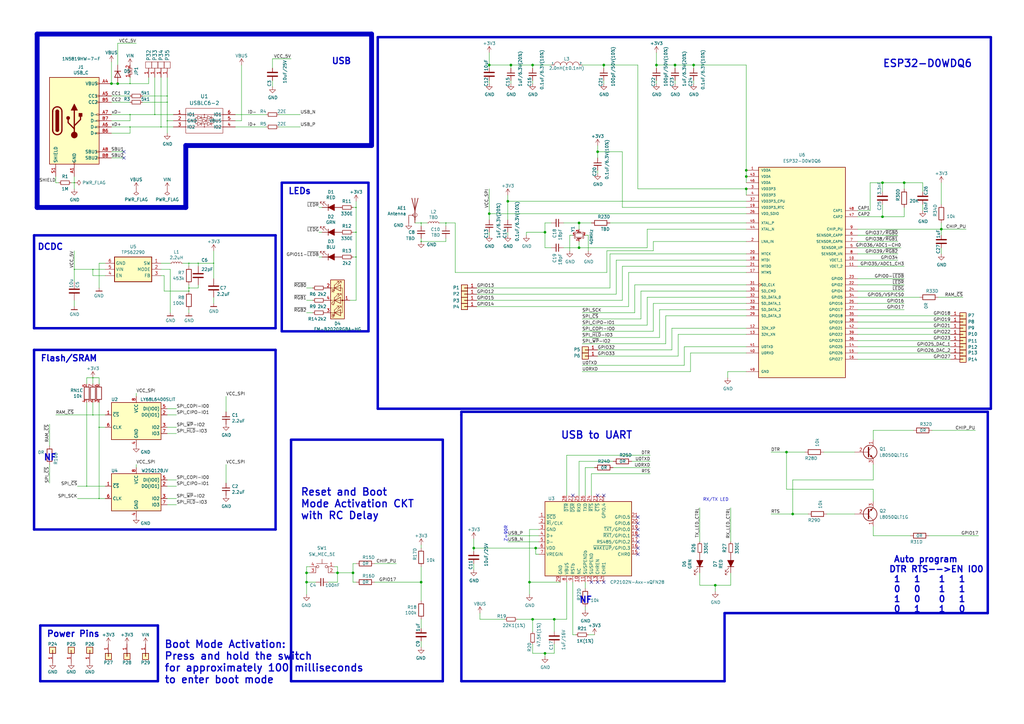
<source format=kicad_sch>
(kicad_sch (version 20211123) (generator eeschema)
  (paper "A3")
  (title_block (title "Obsidian Boa") (date "2020-10-31") (rev "r0.1") (company "GsD") (comment 1 "Inspired by 1BitSquared iceBitsy design") (comment 3 "© 2020 Greg Davill <greg.davill@gmail.com>") (comment 4 "License: CC BY-SA 4.0"))
  (lib_symbols
    (symbol "Connector:USB_C_Receptacle_USB2.0"
      (property "Reference" "J" (at -10.16 19.05 0))
      (property "Value" "USB_C_Receptacle_USB2.0" (at 19.05 19.05 0))
      (symbol "USB_C_Receptacle_USB2.0_1_1"
        (pin power_in line (at 0 -22.86 90) (length 5.08) (name "GND") (number "A1"))
        (pin passive line (at 0 -22.86 90) (length 5.08) hide (name "GND") (number "A12"))
        (pin power_in line (at 15.24 15.24 180) (length 5.08) (name "VBUS") (number "A4"))
        (pin bidirectional line (at 15.24 10.16 180) (length 5.08) (name "CC1") (number "A5"))
        (pin bidirectional line (at 15.24 -2.54 180) (length 5.08) (name "D+") (number "A6"))
        (pin bidirectional line (at 15.24 2.54 180) (length 5.08) (name "D-") (number "A7"))
        (pin bidirectional line (at 15.24 -12.7 180) (length 5.08) (name "SBU1") (number "A8"))
        (pin passive line (at 15.24 15.24 180) (length 5.08) hide (name "VBUS") (number "A9"))
        (pin passive line (at 0 -22.86 90) (length 5.08) hide (name "GND") (number "B1"))
        (pin passive line (at 0 -22.86 90) (length 5.08) hide (name "GND") (number "B12"))
        (pin passive line (at 15.24 15.24 180) (length 5.08) hide (name "VBUS") (number "B4"))
        (pin bidirectional line (at 15.24 7.62 180) (length 5.08) (name "CC2") (number "B5"))
        (pin bidirectional line (at 15.24 -5.08 180) (length 5.08) (name "D+") (number "B6"))
        (pin bidirectional line (at 15.24 0 180) (length 5.08) (name "D-") (number "B7"))
        (pin bidirectional line (at 15.24 -15.24 180) (length 5.08) (name "SBU2") (number "B8"))
        (pin passive line (at 15.24 15.24 180) (length 5.08) hide (name "VBUS") (number "B9"))
        (pin passive line (at -7.62 -22.86 90) (length 5.08) (name "SHIELD") (number "S1"))
      )
    )
    (symbol "Connector_Generic:Conn_01x01" (pin_names hide)
      (property "Reference" "J" (at 0 2.54 0))
      (property "Value" "Conn_01x01" (at 0 -2.54 0))
      (symbol "Conn_01x01_1_1"
        (pin passive line (at -5.08 0 0) (length 3.81) (name "Pin_1") (number "1"))
      )
    )
    (symbol "Device:Antenna_Shield" (pin_numbers hide) (pin_names hide)
      (property "Reference" "AE" (at -1.905 4.445 0))
      (property "Value" "Antenna_Shield" (at -1.905 2.54 0))
      (symbol "Antenna_Shield_1_1"
        (pin input line (at 0 -5.08 90) (length 2.54) (name "A") (number "1"))
        (pin input line (at 2.54 -5.08 90) (length 2.54) (name "Shield") (number "2"))
      )
    )
    (symbol "Device:C" (pin_numbers hide) (pin_names (offset 0.254))
      (property "Reference" "C" (at 0.635 2.54 0))
      (property "Value" "C" (at 0.635 -2.54 0))
      (symbol "C_1_1"
        (pin passive line (at 0 3.81 270) (length 2.794) (name "~") (number "1"))
        (pin passive line (at 0 -3.81 90) (length 2.794) (name "~") (number "2"))
      )
    )
    (symbol "Device:C_1" (pin_numbers hide) (pin_names (offset 0.254))
      (property "Reference" "C" (at 0.635 2.54 0))
      (property "Value" "C" (at 0.635 -2.54 0))
      (symbol "C_1_1_1"
        (pin passive line (at 0 3.81 270) (length 2.794) (name "~") (number "1"))
        (pin passive line (at 0 -3.81 90) (length 2.794) (name "~") (number "2"))
      )
    )
    (symbol "Device:C_2" (pin_numbers hide) (pin_names (offset 0.254))
      (property "Reference" "C" (at 0.635 2.54 0))
      (property "Value" "C" (at 0.635 -2.54 0))
      (symbol "C_2_1_1"
        (pin passive line (at 0 3.81 270) (length 2.794) (name "~") (number "1"))
        (pin passive line (at 0 -3.81 90) (length 2.794) (name "~") (number "2"))
      )
    )
    (symbol "Device:Crystal_GND24_Small" (pin_names hide)
      (property "Reference" "Y" (at 1.27 4.445 0))
      (property "Value" "Crystal_GND24_Small" (at 1.27 2.54 0))
      (symbol "Crystal_GND24_Small_1_1"
        (pin passive line (at -2.54 0 0) (length 1.27) (name "1") (number "1"))
        (pin passive line (at 0 -2.54 90) (length 0.635) (name "2") (number "2"))
        (pin passive line (at 2.54 0 180) (length 1.27) (name "3") (number "3"))
        (pin passive line (at 0 2.54 270) (length 0.635) (name "4") (number "4"))
      )
    )
    (symbol "Device:LED_ALT" (pin_numbers hide) (pin_names hide)
      (property "Reference" "D" (at 0 2.54 0))
      (property "Value" "LED_ALT" (at 0 -2.54 0))
      (symbol "LED_ALT_1_1"
        (pin passive line (at -3.81 0 0) (length 2.54) (name "K") (number "1"))
        (pin passive line (at 3.81 0 180) (length 2.54) (name "A") (number "2"))
      )
    )
    (symbol "Device:LED_ARBG" (pin_names (offset 0) hide)
      (property "Reference" "D" (at 0 9.398 0))
      (property "Value" "LED_ARBG" (at 0 -8.89 0))
      (symbol "LED_ARBG_0_0"
        (text "B" (at -1.905 -6.35 0) (effects (font (size 1.27 1.27))))
        (text "G" (at -1.905 -1.27 0) (effects (font (size 1.27 1.27))))
        (text "R" (at -1.905 3.81 0) (effects (font (size 1.27 1.27))))
      )
      (symbol "LED_ARBG_1_1"
        (pin passive line (at 5.08 0 180) (length 2.54) (name "A") (number "1"))
        (pin passive line (at -5.08 5.08 0) (length 2.54) (name "RK") (number "2"))
        (pin passive line (at -5.08 -5.08 0) (length 2.54) (name "BK") (number "3"))
        (pin passive line (at -5.08 0 0) (length 2.54) (name "GK") (number "4"))
      )
    )
    (symbol "Device:L_Small" (pin_numbers hide) (pin_names (offset 0.254) hide)
      (property "Reference" "L" (at 0.762 1.016 0))
      (property "Value" "L_Small" (at 0.762 -1.016 0))
      (symbol "L_Small_1_1"
        (pin passive line (at 0 2.54 270) (length 0.508) (name "~") (number "1"))
        (pin passive line (at 0 -2.54 90) (length 0.508) (name "~") (number "2"))
      )
    )
    (symbol "Device:L_Small_1" (pin_numbers hide) (pin_names (offset 0.254) hide)
      (property "Reference" "L" (at 0.762 1.016 0))
      (property "Value" "L_Small" (at 0.762 -1.016 0))
      (symbol "L_Small_1_1_1"
        (pin passive line (at 0 2.54 270) (length 0.508) (name "~") (number "1"))
        (pin passive line (at 0 -2.54 90) (length 0.508) (name "~") (number "2"))
      )
    )
    (symbol "Device:R" (pin_numbers hide) (pin_names (offset 0))
      (property "Reference" "R" (at 2.032 0 90))
      (property "Value" "R" (at 0 0 90))
      (symbol "R_1_1"
        (pin passive line (at 0 3.81 270) (length 1.27) (name "~") (number "1"))
        (pin passive line (at 0 -3.81 90) (length 1.27) (name "~") (number "2"))
      )
    )
    (symbol "Device:R_Pack04_Split" (pin_names (offset 0) hide)
      (property "Reference" "RN" (at 2.032 0 90))
      (property "Value" "R_Pack04_Split" (at 0 0 90))
      (symbol "R_Pack04_Split_1_1"
        (pin passive line (at 0 -3.81 90) (length 1.27) (name "R1.1") (number "1"))
        (pin passive line (at 0 3.81 270) (length 1.27) (name "R1.2") (number "8"))
      )
      (symbol "R_Pack04_Split_2_1"
        (pin passive line (at 0 -3.81 90) (length 1.27) (name "R2.1") (number "2"))
        (pin passive line (at 0 3.81 270) (length 1.27) (name "R2.2") (number "7"))
      )
      (symbol "R_Pack04_Split_3_1"
        (pin passive line (at 0 -3.81 90) (length 1.27) (name "R3.1") (number "3"))
        (pin passive line (at 0 3.81 270) (length 1.27) (name "R3.2") (number "6"))
      )
      (symbol "R_Pack04_Split_4_1"
        (pin passive line (at 0 -3.81 90) (length 1.27) (name "R4.1") (number "4"))
        (pin passive line (at 0 3.81 270) (length 1.27) (name "R4.2") (number "5"))
      )
    )
    (symbol "Diode:1N4007" (pin_numbers hide) (pin_names (offset 1.016) hide)
      (property "Reference" "D" (at 0 2.54 0))
      (property "Value" "1N4007" (at 0 -2.54 0))
      (symbol "1N4007_1_1"
        (pin passive line (at -3.81 0 0) (length 2.54) (name "K") (number "1"))
        (pin passive line (at 3.81 0 180) (length 2.54) (name "A") (number "2"))
      )
    )
    (symbol "Interface_USB:CP2102N-Axx-xQFN28"
      (property "Reference" "U" (at -8.89 31.75 0))
      (property "Value" "CP2102N-Axx-xQFN28" (at 26.67 -1.27 0))
      (symbol "CP2102N-Axx-xQFN28_1_0"
        (pin passive line (at 27.94 21.59 180) (length 2.54) (name "GPIO.6") (number "20"))
      )
      (symbol "CP2102N-Axx-xQFN28_1_1"
        (pin passive line (at -12.7 24.13 0) (length 2.54) (name "~{DCD}") (number "1"))
        (pin passive line (at 3.81 -2.54 90) (length 2.54) (name "NC") (number "10"))
        (pin passive line (at 6.35 -2.54 90) (length 2.54) (name "SUSPENDb") (number "11"))
        (pin passive line (at 8.89 -2.54 90) (length 2.54) (name "SUSPEND") (number "12"))
        (pin passive line (at 11.43 -2.54 90) (length 2.54) (name "CHREN") (number "13"))
        (pin passive line (at 13.97 -2.54 90) (length 2.54) (name "CHR1") (number "14"))
        (pin passive line (at 27.94 8.89 180) (length 2.54) (name "CHR0") (number "15"))
        (pin passive line (at 27.94 11.43 180) (length 2.54) (name "~{WAKEUP}/GPIO.3") (number "16"))
        (pin passive line (at 27.94 13.97 180) (length 2.54) (name "RS485/GPIO.2") (number "17"))
        (pin passive line (at 27.94 16.51 180) (length 2.54) (name "~{RXT}/GPIO.1") (number "18"))
        (pin passive line (at 27.94 19.05 180) (length 2.54) (name "~{TXT}/GPIO.0") (number "19"))
        (pin passive line (at -12.7 21.59 0) (length 2.54) (name "~{RI}/CLK") (number "2"))
        (pin passive line (at 27.94 24.13 180) (length 2.54) (name "GPIO.5") (number "21"))
        (pin passive line (at 13.97 33.02 270) (length 2.54) (name "GPIO.4") (number "22"))
        (pin passive line (at 11.43 33.02 270) (length 2.54) (name "~{CTS}") (number "23"))
        (pin passive line (at 8.89 33.02 270) (length 2.54) (name "~{RTS}") (number "24"))
        (pin passive line (at 3.81 33.02 270) (length 2.54) (name "RXD") (number "25"))
        (pin passive line (at 6.35 33.02 270) (length 2.54) (name "TXD") (number "26"))
        (pin passive line (at 1.27 33.02 270) (length 2.54) (name "~{DSR}") (number "27"))
        (pin passive line (at -1.27 33.02 270) (length 2.54) (name "~{DTR}") (number "28"))
        (pin passive line (at -3.81 -2.54 90) (length 2.54) (name "GND") (number "29"))
        (pin passive line (at -12.7 19.05 0) (length 2.54) (name "GND") (number "3"))
        (pin passive line (at -12.7 16.51 0) (length 2.54) (name "D+") (number "4"))
        (pin passive line (at -12.7 13.97 0) (length 2.54) (name "D-") (number "5"))
        (pin passive line (at -12.7 11.43 0) (length 2.54) (name "VDD") (number "6"))
        (pin passive line (at -12.7 8.89 0) (length 2.54) (name "VREGIN") (number "7"))
        (pin passive line (at -1.27 -2.54 90) (length 2.54) (name "VBUS") (number "8"))
        (pin passive line (at 1.27 -2.54 90) (length 2.54) (name "RSTb") (number "9"))
      )
    )
    (symbol "Memory_Flash:W25Q32JVSS"
      (property "Reference" "U" (at -8.89 8.89 0))
      (property "Value" "W25Q32JVSS" (at 7.62 8.89 0))
      (symbol "W25Q32JVSS_1_1"
        (pin input line (at -12.7 2.54 0) (length 2.54) (name "~{CS}") (number "1"))
        (pin bidirectional line (at 12.7 2.54 180) (length 2.54) (name "DO(IO1)") (number "2"))
        (pin bidirectional line (at 12.7 -2.54 180) (length 2.54) (name "IO2") (number "3"))
        (pin power_in line (at 0 -10.16 90) (length 2.54) (name "GND") (number "4"))
        (pin bidirectional line (at 12.7 5.08 180) (length 2.54) (name "DI(IO0)") (number "5"))
        (pin input line (at -12.7 -2.54 0) (length 2.54) (name "CLK") (number "6"))
        (pin bidirectional line (at 12.7 -5.08 180) (length 2.54) (name "IO3") (number "7"))
        (pin power_in line (at 0 10.16 270) (length 2.54) (name "VCC") (number "8"))
      )
    )
    (symbol "My_symbol Library:ESP32-D0WDQ6" (pin_names (offset 1.016))
      (property "Reference" "U" (at -17.8377 44.3233 0))
      (property "Value" "ESP32-D0WDQ6" (at -17.7995 -47.2317 0))
      (symbol "ESP32-D0WDQ6_0_0"
        (pin power_in line (at 22.86 41.91 180) (length 5.08) (name "VDDA") (number "1"))
        (pin input line (at -22.86 5.08 0) (length 5.08) (name "VDET_1") (number "10"))
        (pin input line (at -22.86 2.54 0) (length 5.08) (name "VDET_2") (number "11"))
        (pin bidirectional line (at 22.86 -22.86 180) (length 5.08) (name "32K_XP") (number "12"))
        (pin bidirectional line (at 22.86 -25.4 180) (length 5.08) (name "32K_XN") (number "13"))
        (pin bidirectional line (at -22.86 -30.48 0) (length 5.08) (name "GPIO25") (number "14"))
        (pin bidirectional line (at -22.86 -33.02 0) (length 5.08) (name "GPIO26") (number "15"))
        (pin bidirectional line (at -22.86 -35.56 0) (length 5.08) (name "GPIO27") (number "16"))
        (pin bidirectional line (at 22.86 0 180) (length 5.08) (name "MTMS") (number "17"))
        (pin bidirectional line (at 22.86 5.08 180) (length 5.08) (name "MTDI") (number "18"))
        (pin power_in line (at 22.86 26.67 180) (length 5.08) (name "VDD3P3_RTC") (number "19"))
        (pin bidirectional line (at 22.86 12.7 180) (length 5.08) (name "LNA_IN") (number "2"))
        (pin bidirectional line (at 22.86 7.62 180) (length 5.08) (name "MTCK") (number "20"))
        (pin bidirectional line (at 22.86 2.54 180) (length 5.08) (name "MTDO") (number "21"))
        (pin bidirectional line (at -22.86 -5.08 0) (length 5.08) (name "GPIO2") (number "22"))
        (pin bidirectional line (at -22.86 -2.54 0) (length 5.08) (name "GPIO0") (number "23"))
        (pin bidirectional line (at -22.86 -7.62 0) (length 5.08) (name "GPIO4") (number "24"))
        (pin bidirectional line (at -22.86 -12.7 0) (length 5.08) (name "GPIO16") (number "25"))
        (pin power_in line (at 22.86 24.13 180) (length 5.08) (name "VDD_SDIO") (number "26"))
        (pin bidirectional line (at -22.86 -15.24 0) (length 5.08) (name "GPIO17") (number "27"))
        (pin bidirectional line (at 22.86 -15.24 180) (length 5.08) (name "SD_DATA_2") (number "28"))
        (pin bidirectional line (at 22.86 -17.78 180) (length 5.08) (name "SD_DATA_3") (number "29"))
        (pin power_in line (at 22.86 34.29 180) (length 5.08) (name "VDD3P3") (number "3"))
        (pin bidirectional line (at 22.86 -7.62 180) (length 5.08) (name "SD_CMD") (number "30"))
        (pin bidirectional clock (at 22.86 -5.08 180) (length 5.08) (name "SD_CLK") (number "31"))
        (pin bidirectional line (at 22.86 -10.16 180) (length 5.08) (name "SD_DATA_0") (number "32"))
        (pin bidirectional line (at 22.86 -12.7 180) (length 5.08) (name "SD_DATA_1") (number "33"))
        (pin bidirectional line (at -22.86 -10.16 0) (length 5.08) (name "GPIO5") (number "34"))
        (pin bidirectional line (at -22.86 -17.78 0) (length 5.08) (name "GPIO18") (number "35"))
        (pin bidirectional line (at -22.86 -27.94 0) (length 5.08) (name "GPIO23") (number "36"))
        (pin power_in line (at 22.86 29.21 180) (length 5.08) (name "VDD3P3_CPU") (number "37"))
        (pin bidirectional line (at -22.86 -20.32 0) (length 5.08) (name "GPIO19") (number "38"))
        (pin bidirectional line (at -22.86 -25.4 0) (length 5.08) (name "GPIO22") (number "39"))
        (pin power_in line (at 22.86 31.75 180) (length 5.08) (name "VDD3P3") (number "4"))
        (pin bidirectional line (at 22.86 -33.02 180) (length 5.08) (name "U0RXD") (number "40"))
        (pin bidirectional line (at 22.86 -30.48 180) (length 5.08) (name "U0TXD") (number "41"))
        (pin bidirectional line (at -22.86 -22.86 0) (length 5.08) (name "GPIO21") (number "42"))
        (pin power_in line (at 22.86 39.37 180) (length 5.08) (name "VDDA") (number "43"))
        (pin output line (at 22.86 17.78 180) (length 5.08) (name "XTAL_N") (number "44"))
        (pin input line (at 22.86 20.32 180) (length 5.08) (name "XTAL_P") (number "45"))
        (pin power_in line (at 22.86 36.83 180) (length 5.08) (name "VDDA") (number "46"))
        (pin input line (at -22.86 22.86 0) (length 5.08) (name "CAP2") (number "47"))
        (pin input line (at -22.86 25.4 0) (length 5.08) (name "CAP1") (number "48"))
        (pin power_in line (at 22.86 -40.64 180) (length 5.08) (name "GND") (number "49"))
        (pin input line (at -22.86 10.16 0) (length 5.08) (name "SENSOR_VP") (number "5"))
        (pin input line (at -22.86 15.24 0) (length 5.08) (name "SENSOR_CAPP") (number "6"))
        (pin input line (at -22.86 12.7 0) (length 5.08) (name "SENSOR_CAPN") (number "7"))
        (pin input line (at -22.86 7.62 0) (length 5.08) (name "SENSOR_VN") (number "8"))
        (pin input line (at -22.86 17.78 0) (length 5.08) (name "CHIP_PU") (number "9"))
      )
    )
    (symbol "R_Pack04_Split_1" (pin_numbers hide) (pin_names (offset 0) hide)
      (property "Reference" "RN" (at 2.032 0 90))
      (property "Value" "R_Pack04_Split_1" (at 0 0 90))
      (symbol "R_Pack04_Split_1_1_1"
        (pin passive line (at 0 -3.81 90) (length 1.27) (name "R1.1") (number "1"))
        (pin passive line (at 0 3.81 270) (length 1.27) (name "R1.2") (number "8"))
      )
      (symbol "R_Pack04_Split_1_2_1"
        (pin passive line (at 0 -3.81 90) (length 1.27) (name "R2.1") (number "2"))
        (pin passive line (at 0 3.81 270) (length 1.27) (name "R2.2") (number "7"))
      )
      (symbol "R_Pack04_Split_1_3_1"
        (pin passive line (at 0 -3.81 90) (length 1.27) (name "R3.1") (number "3"))
        (pin passive line (at 0 3.81 270) (length 1.27) (name "R3.2") (number "6"))
      )
      (symbol "R_Pack04_Split_1_4_1"
        (pin passive line (at 0 -3.81 90) (length 1.27) (name "R4.1") (number "4"))
        (pin passive line (at 0 3.81 270) (length 1.27) (name "R4.2") (number "5"))
      )
    )
    (symbol "Switch:SW_MEC_5E" (pin_names (offset 1.016) hide)
      (property "Reference" "SW" (at 0.635 5.715 0))
      (property "Value" "SW_MEC_5E" (at 0 -3.175 0))
      (symbol "SW_MEC_5E_0_1"
        (pin passive line (at -5.08 2.54 0) (length 2.54) (name "1") (number "1"))
        (pin passive line (at -5.08 0 0) (length 2.54) (name "2") (number "2"))
        (pin passive line (at 5.08 0 180) (length 2.54) (name "K") (number "3"))
        (pin passive line (at 5.08 2.54 180) (length 2.54) (name "A") (number "4"))
      )
    )
    (symbol "Transistor_BJT:BC547" (pin_names (offset 0) hide)
      (property "Reference" "Q" (at 5.08 1.905 0))
      (property "Value" "BC547" (at 5.08 0 0))
      (symbol "BC547_1_1"
        (pin passive line (at 2.54 5.08 270) (length 2.54) (name "C") (number "1"))
        (pin input line (at -5.08 0 0) (length 5.08) (name "B") (number "2"))
        (pin passive line (at 2.54 -5.08 90) (length 2.54) (name "E") (number "3"))
      )
    )
    (symbol "gkl_pmic:TPS62290"
      (property "Reference" "U" (at 0 7.62 0))
      (property "Value" "TPS62290" (at 0 5.08 0))
      (symbol "TPS62290_1_1"
        (pin input line (at -11.43 0 0) (length 3.81) (name "SW") (number "1"))
        (pin input line (at -11.43 -2.54 0) (length 3.81) (name "MODE") (number "2"))
        (pin input line (at -11.43 -5.08 0) (length 3.81) (name "FB") (number "3"))
        (pin input line (at 11.43 -5.08 180) (length 3.81) (name "EN") (number "4"))
        (pin input line (at 11.43 -2.54 180) (length 3.81) (name "VIN") (number "5"))
        (pin input line (at 11.43 0 180) (length 3.81) (name "GND") (number "6"))
        (pin input line (at 11.43 0 180) (length 3.81) hide (name "GND") (number "7"))
      )
    )
    (symbol "gkl_power:GND" (power) (pin_names (offset 0))
      (property "Value" "GND" (at 0 -2.54 0))
      (symbol "GND_1_1"
        (pin power_in line (at 0 0 270) (length 0) hide (name "GND") (number "1"))
      )
    )
    (symbol "icebreaker-bitsy-rescue:PAD_SMD-pkl_misc" (pin_names hide)
      (property "Reference" "P" (at 0 -3.81 0))
      (property "Value" "PAD_SMD-pkl_misc" (at 0 3.81 0))
      (symbol "PAD_SMD-pkl_misc_1_1"
        (pin input line (at -5.08 0 0) (length 3.81) (name "PAD") (number "1"))
      )
    )
    (symbol "icebreaker-bitsy-rescue:USBLC6-2-pkl_misc"
      (property "Reference" "U" (at 0 -7.62 0))
      (property "Value" "USBLC6-2-pkl_misc" (at 0 7.62 0))
      (symbol "USBLC6-2-pkl_misc_1_1"
        (pin bidirectional line (at -12.7 2.54 0) (length 5.08) (name "IO1") (number "1"))
        (pin power_in line (at -12.7 0 0) (length 5.08) (name "GND") (number "2"))
        (pin bidirectional line (at -12.7 -2.54 0) (length 5.08) (name "IO2") (number "3"))
        (pin bidirectional line (at 12.7 -2.54 180) (length 5.08) (name "IO2") (number "4"))
        (pin power_in line (at 12.7 0 180) (length 5.08) (name "VBUS") (number "5"))
        (pin bidirectional line (at 12.7 2.54 180) (length 5.08) (name "IO1") (number "6"))
      )
    )
    (symbol "icebreaker-bitsy-rescue:VIN-pkl_power" (power) (pin_names (offset 0))
      (property "Value" "VIN-pkl_power" (at 0 3.556 0))
      (symbol "VIN-pkl_power_1_1"
        (pin power_in line (at 0 0 90) (length 0) hide (name "VIN") (number "1"))
      )
    )
    (symbol "icebreaker-bitsy-rescue:pkl_C-pkl_device" (pin_numbers hide) (pin_names (offset 0.254))
      (property "Reference" "C" (at 0.635 2.54 0))
      (property "Value" "pkl_C-pkl_device" (at 0.635 -2.54 0))
      (symbol "pkl_C-pkl_device_1_1"
        (pin passive line (at 0 2.54 270) (length 1.524) (name "~") (number "1"))
        (pin passive line (at 0 -2.54 90) (length 1.524) (name "~") (number "2"))
      )
    )
    (symbol "icebreaker-bitsy-rescue:pkl_C_Small-pkl_device" (pin_numbers hide) (pin_names (offset 0.254) hide)
      (property "Reference" "C" (at 0.254 1.778 0))
      (property "Value" "pkl_C_Small-pkl_device" (at 0.254 -2.032 0))
      (symbol "pkl_C_Small-pkl_device_1_1"
        (pin passive line (at 0 2.54 270) (length 1.905) (name "~") (number "1"))
        (pin passive line (at 0 -2.54 90) (length 2.032) (name "~") (number "2"))
      )
    )
    (symbol "icebreaker-bitsy-rescue:pkl_R_Small-pkl_device" (pin_numbers hide) (pin_names (offset 0.254) hide)
      (property "Reference" "R" (at 0.762 0.508 0))
      (property "Value" "pkl_R_Small-pkl_device" (at 0.762 -1.016 0))
      (symbol "pkl_R_Small-pkl_device_1_1"
        (pin passive line (at 0 2.54 270) (length 0.762) (name "~") (number "1"))
        (pin passive line (at 0 -2.54 90) (length 0.762) (name "~") (number "2"))
      )
    )
    (symbol "icebreaker-bitsy-rescue:pkl_jumper_nc-pkl_misc"
      (property "Reference" "J" (at 0 -2.54 0))
      (property "Value" "pkl_jumper_nc-pkl_misc" (at 0 3.81 0))
      (symbol "pkl_jumper_nc-pkl_misc_1_1"
        (pin passive line (at -2.54 0 0) (length 1.27) (name "~") (number "1"))
        (pin passive line (at 2.54 0 180) (length 1.27) (name "~") (number "2"))
      )
    )
    (symbol "pkl_C-pkl_device_1" (pin_numbers hide) (pin_names (offset 0.254) hide)
      (property "Reference" "C" (at 0.635 2.54 0))
      (property "Value" "pkl_C-pkl_device_1" (at 0.635 -2.54 0))
      (symbol "pkl_C-pkl_device_1_1_1"
        (pin passive line (at 0 2.54 270) (length 1.524) (name "~") (number "1"))
        (pin passive line (at 0 -2.54 90) (length 1.524) (name "~") (number "2"))
      )
    )
    (symbol "power:+3V3" (power) (pin_names (offset 0))
      (property "Value" "+3V3" (at 0 3.556 0))
      (symbol "+3V3_1_1"
        (pin power_in line (at 0 0 90) (length 0) hide (name "+3V3") (number "1"))
      )
    )
    (symbol "power:GND" (power) (pin_names (offset 0))
      (property "Value" "GND" (at 0 -3.81 0))
      (symbol "GND_1_1"
        (pin power_in line (at 0 0 270) (length 0) hide (name "GND") (number "1"))
      )
    )
    (symbol "power:PWR_FLAG" (power) (pin_numbers hide) (pin_names (offset 0) hide)
      (property "Value" "PWR_FLAG" (at 0 3.81 0))
      (symbol "PWR_FLAG_0_0"
        (pin power_out line (at 0 0 90) (length 0) (name "pwr") (number "1"))
      )
    )
    (symbol "power:VBUS" (power) (pin_names (offset 0))
      (property "Value" "VBUS" (at 0 3.81 0))
      (symbol "VBUS_1_1"
        (pin power_in line (at 0 0 90) (length 0) hide (name "VBUS") (number "1"))
      )
    )
    (symbol "pspice:INDUCTOR" (pin_numbers hide) (pin_names (offset 0))
      (property "Reference" "L" (at 0 2.54 0))
      (property "Value" "INDUCTOR" (at 0 -1.27 0))
      (symbol "INDUCTOR_1_1"
        (pin input line (at -6.35 0 0) (length 1.27) (name "1") (number "1"))
        (pin input line (at 6.35 0 180) (length 1.27) (name "2") (number "2"))
      )
    )
  )
  (junction (at 68.58 49.53) (diameter 0.3048))
  (junction (at 48.26 34.29))
  (junction (at 146.05 95.25) (diameter 0.3048))
  (junction (at 247.65 26.67))
  (junction (at 63.5 46.99) (diameter 0.3048))
  (junction (at 146.05 85.09) (diameter 0.3048))
  (junction (at 237.49 101.6))
  (junction (at 218.44 254))
  (junction (at 35.56 199.39) (diameter 0.3048))
  (junction (at 245.11 62.23))
  (junction (at 146.05 105.41) (diameter 0.3048))
  (junction (at 322.58 185.42))
  (junction (at 77.47 119.38) (diameter 0.3048))
  (junction (at 200.66 26.67))
  (junction (at 138.43 234.95))
  (junction (at 81.28 107.95) (diameter 0.3048))
  (junction (at 227.33 254))
  (junction (at 218.44 26.67))
  (junction (at 38.1 154.94) (diameter 0.3048))
  (junction (at 68.58 41.91) (diameter 0.3048))
  (junction (at 77.47 118.11) (diameter 0.3048))
  (junction (at 386.08 93.98))
  (junction (at 30.48 74.93) (diameter 0.3048))
  (junction (at 68.58 39.37) (diameter 0.3048))
  (junction (at 45.72 34.29))
  (junction (at 370.84 74.93))
  (junction (at 40.64 175.26) (diameter 0.3048))
  (junction (at 125.73 234.95))
  (junction (at 30.48 110.49) (diameter 0.3048))
  (junction (at 208.28 82.55))
  (junction (at 306.07 77.47))
  (junction (at 125.73 238.76))
  (junction (at 276.86 26.67))
  (junction (at 306.07 69.85))
  (junction (at 223.52 267.97))
  (junction (at 269.24 26.67))
  (junction (at 38.1 110.49) (diameter 0.3048))
  (junction (at 237.49 91.44))
  (junction (at 66.04 52.07) (diameter 0.3048))
  (junction (at 284.48 26.67))
  (junction (at 53.34 52.07) (diameter 0.3048))
  (junction (at 194.31 224.79))
  (junction (at 361.95 88.9))
  (junction (at 144.78 234.95))
  (junction (at 38.1 170.18) (diameter 0.3048))
  (junction (at 219.71 224.79))
  (junction (at 223.52 95.25))
  (junction (at 306.07 72.39))
  (junction (at 172.72 238.76))
  (junction (at 40.64 204.47) (diameter 0.3048))
  (junction (at 77.47 107.95) (diameter 0.3048))
  (junction (at 53.34 46.99) (diameter 0.3048))
  (junction (at 200.66 87.63))
  (junction (at 172.72 99.06) (diameter 0.3048))
  (junction (at 361.95 74.93))
  (junction (at 293.37 240.03))
  (junction (at 87.63 107.95) (diameter 0.3048))
  (junction (at 53.34 34.29) (diameter 0.3048))
  (junction (at 325.12 210.82))
  (junction (at 182.88 91.44) (diameter 0.3048))
  (junction (at 172.72 91.44) (diameter 0.3048))
  (junction (at 209.55 26.67))
  (junction (at 217.17 238.76))
  (no_connect (at 261.62 217.17))
  (no_connect (at 50.8 64.77))
  (no_connect (at 261.62 224.79))
  (no_connect (at 261.62 212.09))
  (no_connect (at 261.62 222.25))
  (no_connect (at 247.65 238.76))
  (no_connect (at 261.62 227.33))
  (no_connect (at 261.62 219.71))
  (no_connect (at 234.95 203.2))
  (no_connect (at 50.8 62.23))
  (no_connect (at 245.11 203.2))
  (no_connect (at 242.57 238.76))
  (no_connect (at 245.11 238.76))
  (no_connect (at 261.62 214.63))
  (no_connect (at 247.65 203.2))
  (wire (pts (xy 40.64 107.95) (xy 40.64 118.11)))
  (wire (pts (xy 351.79 104.14) (xy 368.3 104.14)))
  (wire (pts (xy 53.34 46.99) (xy 63.5 46.99)))
  (wire (pts (xy 234.95 260.35) (xy 234.95 238.76)))
  (wire (pts (xy 220.98 227.33) (xy 219.71 227.33)))
  (wire (pts (xy 351.79 96.52) (xy 368.3 96.52)))
  (wire (pts (xy 38.1 154.94) (xy 40.64 154.94)))
  (wire (pts (xy 252.73 106.68) (xy 252.73 120.65)))
  (wire (pts (xy 238.76 152.4) (xy 283.21 152.4)))
  (wire (pts (xy 358.14 180.34) (xy 358.14 176.53)))
  (wire (pts (xy 223.52 101.6) (xy 226.06 101.6)))
  (polyline (pts (xy 16.51 279.4) (xy 16.51 256.54)) (stroke (width 1) (type solid)))
  (polyline (pts (xy 151.13 74.93) (xy 115.57 74.93)) (stroke (width 1) (type solid)))
  (wire (pts (xy 386.08 91.44) (xy 386.08 93.98)))
  (wire (pts (xy 389.89 132.08) (xy 351.79 132.08)))
  (wire (pts (xy 60.96 31.75) (xy 60.96 34.29)))
  (wire (pts (xy 22.86 74.93) (xy 24.13 74.93)))
  (wire (pts (xy 125.73 234.95) (xy 127 234.95)))
  (wire (pts (xy 138.43 234.95) (xy 144.78 234.95)))
  (wire (pts (xy 382.27 176.53) (xy 400.05 176.53)))
  (wire (pts (xy 71.12 49.53) (xy 68.58 49.53)))
  (wire (pts (xy 306.07 72.39) (xy 306.07 74.93)))
  (wire (pts (xy 208.28 82.55) (xy 208.28 90.17)))
  (wire (pts (xy 111.76 27.94) (xy 111.76 24.13)))
  (wire (pts (xy 232.41 238.76) (xy 232.41 254)))
  (wire (pts (xy 238.76 149.86) (xy 280.67 149.86)))
  (wire (pts (xy 45.72 41.91) (xy 53.34 41.91)))
  (polyline (pts (xy 406.4 167.64) (xy 154.94 167.64)) (stroke (width 1) (type solid)))
  (wire (pts (xy 209.55 26.67) (xy 218.44 26.67)))
  (wire (pts (xy 138.43 238.76) (xy 138.43 234.95)))
  (wire (pts (xy 351.79 121.92) (xy 377.19 121.92)))
  (wire (pts (xy 389.89 134.62) (xy 351.79 134.62)))
  (wire (pts (xy 220.98 217.17) (xy 217.17 217.17)))
  (polyline (pts (xy 154.94 15.24) (xy 406.4 15.24)) (stroke (width 1) (type solid)))
  (wire (pts (xy 30.48 123.19) (xy 30.48 125.73)))
  (wire (pts (xy 146.05 85.09) (xy 146.05 82.55)))
  (wire (pts (xy 266.7 189.23) (xy 259.08 189.23)))
  (wire (pts (xy 30.48 102.87) (xy 30.48 110.49)))
  (wire (pts (xy 278.13 146.05) (xy 245.11 146.05)))
  (wire (pts (xy 287.02 208.28) (xy 287.02 222.25)))
  (wire (pts (xy 200.66 34.29) (xy 200.66 33.02)))
  (wire (pts (xy 30.48 74.93) (xy 30.48 72.39)))
  (wire (pts (xy 66.04 52.07) (xy 71.12 52.07)))
  (wire (pts (xy 218.44 26.67) (xy 218.44 27.94)))
  (wire (pts (xy 306.07 77.47) (xy 306.07 80.01)))
  (wire (pts (xy 40.64 165.1) (xy 40.64 175.26)))
  (wire (pts (xy 68.58 49.53) (xy 68.58 54.61)))
  (wire (pts (xy 96.52 52.07) (xy 109.22 52.07)))
  (wire (pts (xy 40.64 154.94) (xy 40.64 157.48)))
  (wire (pts (xy 306.07 69.85) (xy 306.07 72.39)))
  (polyline (pts (xy 64.77 256.54) (xy 64.77 279.4)) (stroke (width 1) (type solid)))
  (wire (pts (xy 134.62 238.76) (xy 138.43 238.76)))
  (wire (pts (xy 45.72 34.29) (xy 48.26 34.29)))
  (wire (pts (xy 209.55 34.29) (xy 209.55 33.02)))
  (polyline (pts (xy 15.24 85.09) (xy 15.24 13.97)) (stroke (width 2) (type solid)))
  (wire (pts (xy 306.07 134.62) (xy 275.59 134.62)))
  (wire (pts (xy 356.87 86.36) (xy 356.87 74.93)))
  (wire (pts (xy 66.04 31.75) (xy 66.04 52.07)))
  (wire (pts (xy 237.49 93.98) (xy 237.49 91.44)))
  (wire (pts (xy 194.31 220.98) (xy 194.31 224.79)))
  (wire (pts (xy 209.55 26.67) (xy 209.55 27.94)))
  (wire (pts (xy 242.57 203.2) (xy 242.57 194.31)))
  (wire (pts (xy 351.79 93.98) (xy 386.08 93.98)))
  (wire (pts (xy 316.23 185.42) (xy 322.58 185.42)))
  (polyline (pts (xy 151.13 74.93) (xy 151.13 135.89)) (stroke (width 1) (type solid)))
  (wire (pts (xy 144.78 238.76) (xy 146.05 238.76)))
  (wire (pts (xy 194.31 233.68) (xy 194.31 231.14)))
  (wire (pts (xy 146.05 95.25) (xy 146.05 85.09)))
  (wire (pts (xy 270.51 127) (xy 270.51 138.43)))
  (wire (pts (xy 153.67 238.76) (xy 172.72 238.76)))
  (wire (pts (xy 55.88 161.29) (xy 55.88 162.56)))
  (wire (pts (xy 265.43 93.98) (xy 306.07 93.98)))
  (wire (pts (xy 40.64 204.47) (xy 43.18 204.47)))
  (polyline (pts (xy 13.97 96.52) (xy 13.97 134.62)) (stroke (width 1) (type solid)))
  (wire (pts (xy 275.59 143.51) (xy 245.11 143.51)))
  (wire (pts (xy 31.75 204.47) (xy 40.64 204.47)))
  (wire (pts (xy 306.07 116.84) (xy 260.35 116.84)))
  (wire (pts (xy 137.16 232.41) (xy 138.43 232.41)))
  (wire (pts (xy 77.47 116.84) (xy 77.47 118.11)))
  (polyline (pts (xy 189.23 170.18) (xy 189.23 279.4)) (stroke (width 1) (type solid)))
  (wire (pts (xy 223.52 95.25) (xy 223.52 101.6)))
  (wire (pts (xy 77.47 118.11) (xy 81.28 118.11)))
  (wire (pts (xy 77.47 118.11) (xy 77.47 119.38)))
  (wire (pts (xy 358.14 219.71) (xy 373.38 219.71)))
  (wire (pts (xy 293.37 240.03) (xy 293.37 242.57)))
  (wire (pts (xy 68.58 170.18) (xy 72.39 170.18)))
  (wire (pts (xy 77.47 107.95) (xy 81.28 107.95)))
  (wire (pts (xy 306.07 82.55) (xy 208.28 82.55)))
  (wire (pts (xy 127 232.41) (xy 125.73 232.41)))
  (wire (pts (xy 261.62 77.47) (xy 261.62 26.67)))
  (wire (pts (xy 322.58 185.42) (xy 330.2 185.42)))
  (wire (pts (xy 238.76 138.43) (xy 270.51 138.43)))
  (wire (pts (xy 96.52 49.53) (xy 99.06 49.53)))
  (polyline (pts (xy 297.18 279.4) (xy 297.18 251.46)) (stroke (width 1) (type solid)))
  (wire (pts (xy 138.43 234.95) (xy 137.16 234.95)))
  (wire (pts (xy 53.34 49.53) (xy 53.34 46.99)))
  (wire (pts (xy 219.71 224.79) (xy 194.31 224.79)))
  (wire (pts (xy 306.07 99.06) (xy 267.97 99.06)))
  (wire (pts (xy 22.86 170.18) (xy 38.1 170.18)))
  (wire (pts (xy 172.72 97.79) (xy 172.72 99.06)))
  (wire (pts (xy 378.46 86.36) (xy 378.46 83.82)))
  (wire (pts (xy 280.67 142.24) (xy 280.67 149.86)))
  (wire (pts (xy 68.58 177.8) (xy 72.39 177.8)))
  (wire (pts (xy 370.84 74.93) (xy 370.84 77.47)))
  (wire (pts (xy 227.33 254) (xy 218.44 254)))
  (wire (pts (xy 22.86 72.39) (xy 22.86 74.93)))
  (wire (pts (xy 125.73 123.19) (xy 128.27 123.19)))
  (wire (pts (xy 175.26 91.44) (xy 172.72 91.44)))
  (wire (pts (xy 81.28 107.95) (xy 87.63 107.95)))
  (wire (pts (xy 223.52 267.97) (xy 227.33 267.97)))
  (polyline (pts (xy 152.4 59.69) (xy 76.2 59.69)) (stroke (width 2) (type solid)))
  (wire (pts (xy 111.76 24.13) (xy 119.38 24.13)))
  (wire (pts (xy 45.72 54.61) (xy 53.34 54.61)))
  (polyline (pts (xy 76.2 59.69) (xy 76.2 85.09)) (stroke (width 2) (type solid)))
  (wire (pts (xy 351.79 101.6) (xy 369.57 101.6)))
  (wire (pts (xy 58.42 41.91) (xy 68.58 41.91)))
  (wire (pts (xy 238.76 135.89) (xy 267.97 135.89)))
  (wire (pts (xy 182.88 97.79) (xy 182.88 99.06)))
  (wire (pts (xy 43.18 113.03) (xy 38.1 113.03)))
  (wire (pts (xy 200.66 77.47) (xy 200.66 87.63)))
  (wire (pts (xy 146.05 123.19) (xy 146.05 105.41)))
  (wire (pts (xy 238.76 26.67) (xy 247.65 26.67)))
  (wire (pts (xy 287.02 234.95) (xy 287.02 240.03)))
  (wire (pts (xy 389.89 144.78) (xy 351.79 144.78)))
  (wire (pts (xy 208.28 222.25) (xy 220.98 222.25)))
  (wire (pts (xy 87.63 121.92) (xy 87.63 124.46)))
  (wire (pts (xy 306.07 26.67) (xy 284.48 26.67)))
  (wire (pts (xy 267.97 124.46) (xy 267.97 135.89)))
  (wire (pts (xy 186.69 91.44) (xy 182.88 91.44)))
  (wire (pts (xy 339.09 210.82) (xy 350.52 210.82)))
  (wire (pts (xy 269.24 27.94) (xy 269.24 26.67)))
  (wire (pts (xy 153.67 231.14) (xy 162.56 231.14)))
  (wire (pts (xy 351.79 114.3) (xy 370.84 114.3)))
  (wire (pts (xy 351.79 88.9) (xy 361.95 88.9)))
  (wire (pts (xy 238.76 140.97) (xy 273.05 140.97)))
  (wire (pts (xy 299.72 240.03) (xy 299.72 234.95)))
  (wire (pts (xy 351.79 119.38) (xy 370.84 119.38)))
  (wire (pts (xy 378.46 74.93) (xy 370.84 74.93)))
  (wire (pts (xy 144.78 105.41) (xy 146.05 105.41)))
  (wire (pts (xy 60.96 34.29) (xy 53.34 34.29)))
  (wire (pts (xy 38.1 154.94) (xy 38.1 157.48)))
  (wire (pts (xy 232.41 186.69) (xy 266.7 186.69)))
  (wire (pts (xy 248.92 111.76) (xy 248.92 102.87)))
  (wire (pts (xy 38.1 113.03) (xy 38.1 110.49)))
  (polyline (pts (xy 115.57 74.93) (xy 115.57 135.89)) (stroke (width 1) (type solid)))
  (polyline (pts (xy 113.03 96.52) (xy 13.97 96.52)) (stroke (width 1) (type solid)))
  (wire (pts (xy 231.14 101.6) (xy 237.49 101.6)))
  (wire (pts (xy 378.46 78.74) (xy 378.46 74.93)))
  (wire (pts (xy 386.08 74.93) (xy 386.08 83.82)))
  (wire (pts (xy 67.31 113.03) (xy 66.04 113.03)))
  (wire (pts (xy 69.85 110.49) (xy 69.85 128.27)))
  (wire (pts (xy 306.07 142.24) (xy 280.67 142.24)))
  (wire (pts (xy 236.22 260.35) (xy 234.95 260.35)))
  (wire (pts (xy 143.51 123.19) (xy 146.05 123.19)))
  (wire (pts (xy 200.66 96.52) (xy 200.66 95.25)))
  (wire (pts (xy 233.68 96.52) (xy 233.68 102.87)))
  (wire (pts (xy 218.44 26.67) (xy 226.06 26.67)))
  (wire (pts (xy 241.3 96.52) (xy 241.3 102.87)))
  (wire (pts (xy 68.58 196.85) (xy 72.39 196.85)))
  (polyline (pts (xy 15.24 13.97) (xy 152.4 13.97)) (stroke (width 2) (type solid)))
  (wire (pts (xy 237.49 203.2) (xy 237.49 189.23)))
  (wire (pts (xy 287.02 240.03) (xy 293.37 240.03)))
  (wire (pts (xy 144.78 231.14) (xy 144.78 234.95)))
  (wire (pts (xy 248.92 111.76) (xy 186.69 111.76)))
  (polyline (pts (xy 189.23 170.18) (xy 189.23 168.91)) (stroke (width 1) (type solid)))
  (wire (pts (xy 351.79 86.36) (xy 356.87 86.36)))
  (wire (pts (xy 35.56 199.39) (xy 43.18 199.39)))
  (wire (pts (xy 217.17 238.76) (xy 217.17 243.84)))
  (wire (pts (xy 67.31 119.38) (xy 67.31 113.03)))
  (wire (pts (xy 35.56 154.94) (xy 35.56 157.48)))
  (wire (pts (xy 351.79 127) (xy 370.84 127)))
  (wire (pts (xy 231.14 91.44) (xy 237.49 91.44)))
  (wire (pts (xy 306.07 127) (xy 270.51 127)))
  (wire (pts (xy 240.03 238.76) (xy 240.03 241.3)))
  (wire (pts (xy 245.11 59.69) (xy 245.11 62.23)))
  (wire (pts (xy 255.27 123.19) (xy 195.58 123.19)))
  (wire (pts (xy 63.5 46.99) (xy 71.12 46.99)))
  (wire (pts (xy 125.73 128.27) (xy 128.27 128.27)))
  (wire (pts (xy 68.58 167.64) (xy 72.39 167.64)))
  (wire (pts (xy 389.89 147.32) (xy 351.79 147.32)))
  (wire (pts (xy 278.13 137.16) (xy 278.13 146.05)))
  (wire (pts (xy 227.33 267.97) (xy 227.33 264.16)))
  (wire (pts (xy 251.46 191.77) (xy 266.7 191.77)))
  (wire (pts (xy 242.57 194.31) (xy 266.7 194.31)))
  (wire (pts (xy 29.21 74.93) (xy 30.48 74.93)))
  (wire (pts (xy 66.04 110.49) (xy 69.85 110.49)))
  (wire (pts (xy 87.63 107.95) (xy 87.63 114.3)))
  (polyline (pts (xy 189.23 279.4) (xy 297.18 279.4)) (stroke (width 1) (type solid)))
  (polyline (pts (xy 113.03 134.62) (xy 13.97 134.62)) (stroke (width 1) (type solid)))
  (polyline (pts (xy 113.03 96.52) (xy 113.03 134.62)) (stroke (width 1) (type solid)))
  (wire (pts (xy 381 219.71) (xy 401.32 219.71)))
  (polyline (pts (xy 13.97 217.17) (xy 13.97 143.51)) (stroke (width 1) (type solid)))
  (wire (pts (xy 45.72 49.53) (xy 53.34 49.53)))
  (wire (pts (xy 125.73 238.76) (xy 125.73 243.84)))
  (wire (pts (xy 38.1 110.49) (xy 43.18 110.49)))
  (wire (pts (xy 247.65 26.67) (xy 247.65 27.94)))
  (polyline (pts (xy 151.13 135.89) (xy 115.57 135.89)) (stroke (width 1) (type solid)))
  (wire (pts (xy 316.23 210.82) (xy 325.12 210.82)))
  (wire (pts (xy 386.08 104.14) (xy 386.08 101.6)))
  (wire (pts (xy 220.98 224.79) (xy 219.71 224.79)))
  (wire (pts (xy 389.89 142.24) (xy 351.79 142.24)))
  (wire (pts (xy 218.44 267.97) (xy 223.52 267.97)))
  (wire (pts (xy 186.69 91.44) (xy 186.69 111.76)))
  (wire (pts (xy 208.28 96.52) (xy 208.28 95.25)))
  (wire (pts (xy 219.71 227.33) (xy 219.71 224.79)))
  (wire (pts (xy 130.81 105.41) (xy 132.08 105.41)))
  (wire (pts (xy 306.07 87.63) (xy 200.66 87.63)))
  (wire (pts (xy 370.84 88.9) (xy 370.84 85.09)))
  (wire (pts (xy 226.06 91.44) (xy 223.52 91.44)))
  (wire (pts (xy 40.64 107.95) (xy 43.18 107.95)))
  (wire (pts (xy 306.07 152.4) (xy 298.45 152.4)))
  (wire (pts (xy 48.26 26.67) (xy 48.26 17.78)))
  (wire (pts (xy 99.06 49.53) (xy 99.06 26.67)))
  (wire (pts (xy 273.05 129.54) (xy 273.05 140.97)))
  (wire (pts (xy 200.66 27.94) (xy 200.66 26.67)))
  (wire (pts (xy 237.49 189.23) (xy 251.46 189.23)))
  (wire (pts (xy 361.95 88.9) (xy 370.84 88.9)))
  (wire (pts (xy 68.58 41.91) (xy 68.58 49.53)))
  (wire (pts (xy 125.73 232.41) (xy 125.73 234.95)))
  (wire (pts (xy 58.42 39.37) (xy 68.58 39.37)))
  (wire (pts (xy 125.73 118.11) (xy 128.27 118.11)))
  (wire (pts (xy 20.32 173.99) (xy 20.32 182.88)))
  (wire (pts (xy 229.87 238.76) (xy 217.17 238.76)))
  (wire (pts (xy 45.72 25.4) (xy 45.72 34.29)))
  (polyline (pts (xy 113.03 217.17) (xy 13.97 217.17)) (stroke (width 1) (type solid)))
  (wire (pts (xy 306.07 137.16) (xy 278.13 137.16)))
  (wire (pts (xy 306.07 104.14) (xy 250.19 104.14)))
  (wire (pts (xy 125.73 238.76) (xy 125.73 234.95)))
  (wire (pts (xy 223.52 91.44) (xy 223.52 95.25)))
  (polyline (pts (xy 405.13 251.46) (xy 405.13 168.91)) (stroke (width 1) (type solid)))
  (wire (pts (xy 208.28 219.71) (xy 220.98 219.71)))
  (wire (pts (xy 265.43 121.92) (xy 265.43 133.35)))
  (wire (pts (xy 248.92 102.87) (xy 267.97 102.87)))
  (wire (pts (xy 265.43 101.6) (xy 237.49 101.6)))
  (wire (pts (xy 55.88 190.5) (xy 55.88 191.77)))
  (wire (pts (xy 48.26 17.78) (xy 55.88 17.78)))
  (wire (pts (xy 114.3 52.07) (xy 123.19 52.07)))
  (wire (pts (xy 255.27 85.09) (xy 306.07 85.09)))
  (wire (pts (xy 31.75 199.39) (xy 35.56 199.39)))
  (wire (pts (xy 358.14 176.53) (xy 374.65 176.53)))
  (wire (pts (xy 68.58 175.26) (xy 72.39 175.26)))
  (wire (pts (xy 232.41 203.2) (xy 232.41 186.69)))
  (wire (pts (xy 217.17 217.17) (xy 217.17 238.76)))
  (wire (pts (xy 66.04 107.95) (xy 69.85 107.95)))
  (wire (pts (xy 77.47 127) (xy 77.47 128.27)))
  (wire (pts (xy 361.95 83.82) (xy 361.95 88.9)))
  (polyline (pts (xy 154.94 167.64) (xy 154.94 15.24)) (stroke (width 1) (type solid)))
  (wire (pts (xy 306.07 111.76) (xy 257.81 111.76)))
  (wire (pts (xy 240.03 250.19) (xy 240.03 248.92)))
  (wire (pts (xy 257.81 111.76) (xy 257.81 125.73)))
  (wire (pts (xy 257.81 125.73) (xy 195.58 125.73)))
  (wire (pts (xy 255.27 109.22) (xy 255.27 123.19)))
  (wire (pts (xy 237.49 91.44) (xy 242.57 91.44)))
  (wire (pts (xy 77.47 107.95) (xy 77.47 109.22)))
  (wire (pts (xy 43.18 175.26) (xy 40.64 175.26)))
  (wire (pts (xy 92.71 190.5) (xy 92.71 198.12)))
  (wire (pts (xy 172.72 223.52) (xy 172.72 224.79)))
  (wire (pts (xy 306.07 124.46) (xy 267.97 124.46)))
  (polyline (pts (xy 406.4 15.24) (xy 406.4 167.64)) (stroke (width 1) (type solid)))
  (wire (pts (xy 245.11 71.12) (xy 245.11 69.85)))
  (wire (pts (xy 358.14 205.74) (xy 358.14 200.66)))
  (wire (pts (xy 215.9 95.25) (xy 215.9 96.52)))
  (wire (pts (xy 260.35 116.84) (xy 260.35 128.27)))
  (wire (pts (xy 144.78 95.25) (xy 146.05 95.25)))
  (polyline (pts (xy 13.97 143.51) (xy 113.03 143.51)) (stroke (width 1) (type solid)))
  (wire (pts (xy 68.58 31.75) (xy 68.58 39.37)))
  (wire (pts (xy 283.21 144.78) (xy 283.21 152.4)))
  (wire (pts (xy 182.88 91.44) (xy 180.34 91.44)))
  (wire (pts (xy 68.58 204.47) (xy 72.39 204.47)))
  (wire (pts (xy 68.58 207.01) (xy 72.39 207.01)))
  (wire (pts (xy 262.89 119.38) (xy 262.89 130.81)))
  (polyline (pts (xy 119.38 180.34) (xy 119.38 279.4)) (stroke (width 1) (type solid)))
  (wire (pts (xy 38.1 170.18) (xy 43.18 170.18)))
  (wire (pts (xy 87.63 102.87) (xy 87.63 107.95)))
  (wire (pts (xy 218.44 34.29) (xy 218.44 33.02)))
  (wire (pts (xy 265.43 93.98) (xy 265.43 101.6)))
  (wire (pts (xy 45.72 62.23) (xy 50.8 62.23)))
  (wire (pts (xy 276.86 26.67) (xy 284.48 26.67)))
  (wire (pts (xy 386.08 93.98) (xy 396.24 93.98)))
  (wire (pts (xy 306.07 121.92) (xy 265.43 121.92)))
  (wire (pts (xy 77.47 119.38) (xy 67.31 119.38)))
  (wire (pts (xy 255.27 85.09) (xy 255.27 62.23)))
  (wire (pts (xy 276.86 26.67) (xy 276.86 27.94)))
  (wire (pts (xy 240.03 191.77) (xy 243.84 191.77)))
  (wire (pts (xy 250.19 91.44) (xy 306.07 91.44)))
  (wire (pts (xy 358.14 190.5) (xy 358.14 196.85)))
  (wire (pts (xy 227.33 254) (xy 227.33 259.08)))
  (wire (pts (xy 245.11 62.23) (xy 245.11 64.77)))
  (wire (pts (xy 30.48 110.49) (xy 38.1 110.49)))
  (wire (pts (xy 284.48 34.29) (xy 284.48 33.02)))
  (polyline (pts (xy 16.51 256.54) (xy 64.77 256.54)) (stroke (width 1) (type solid)))
  (wire (pts (xy 172.72 91.44) (xy 172.72 92.71)))
  (wire (pts (xy 298.45 152.4) (xy 298.45 154.94)))
  (wire (pts (xy 247.65 34.29) (xy 247.65 33.02)))
  (wire (pts (xy 172.72 254) (xy 172.72 257.81)))
  (wire (pts (xy 200.66 87.63) (xy 200.66 90.17)))
  (wire (pts (xy 218.44 264.16) (xy 218.44 267.97)))
  (wire (pts (xy 172.72 91.44) (xy 170.18 91.44)))
  (wire (pts (xy 358.14 200.66) (xy 322.58 200.66)))
  (wire (pts (xy 337.82 185.42) (xy 350.52 185.42)))
  (wire (pts (xy 351.79 99.06) (xy 368.3 99.06)))
  (wire (pts (xy 358.14 196.85) (xy 325.12 196.85)))
  (wire (pts (xy 322.58 200.66) (xy 322.58 185.42)))
  (wire (pts (xy 234.95 96.52) (xy 233.68 96.52)))
  (wire (pts (xy 269.24 34.29) (xy 269.24 33.02)))
  (wire (pts (xy 284.48 26.67) (xy 284.48 27.94)))
  (wire (pts (xy 144.78 85.09) (xy 146.05 85.09)))
  (wire (pts (xy 223.52 267.97) (xy 223.52 269.24)))
  (wire (pts (xy 146.05 105.41) (xy 146.05 95.25)))
  (wire (pts (xy 306.07 129.54) (xy 273.05 129.54)))
  (wire (pts (xy 114.3 46.99) (xy 123.19 46.99)))
  (wire (pts (xy 81.28 107.95) (xy 81.28 109.22)))
  (wire (pts (xy 269.24 21.59) (xy 269.24 26.67)))
  (polyline (pts (xy 64.77 279.4) (xy 16.51 279.4)) (stroke (width 1) (type solid)))
  (wire (pts (xy 358.14 215.9) (xy 358.14 219.71)))
  (wire (pts (xy 45.72 46.99) (xy 53.34 46.99)))
  (wire (pts (xy 238.76 133.35) (xy 265.43 133.35)))
  (wire (pts (xy 20.32 190.5) (xy 20.32 198.12)))
  (polyline (pts (xy 113.03 143.51) (xy 113.03 217.17)) (stroke (width 1) (type solid)))
  (polyline (pts (xy 76.2 85.09) (xy 15.24 85.09)) (stroke (width 2) (type solid)))
  (wire (pts (xy 252.73 120.65) (xy 195.58 120.65)))
  (wire (pts (xy 306.07 77.47) (xy 261.62 77.47)))
  (wire (pts (xy 68.58 39.37) (xy 68.58 41.91)))
  (wire (pts (xy 182.88 92.71) (xy 182.88 91.44)))
  (wire (pts (xy 276.86 34.29) (xy 276.86 33.02)))
  (wire (pts (xy 200.66 26.67) (xy 209.55 26.67)))
  (polyline (pts (xy 119.38 180.34) (xy 181.61 180.34)) (stroke (width 1) (type solid)))
  (wire (pts (xy 351.79 124.46) (xy 370.84 124.46)))
  (wire (pts (xy 241.3 260.35) (xy 243.84 260.35)))
  (wire (pts (xy 194.31 224.79) (xy 194.31 226.06)))
  (wire (pts (xy 172.72 232.41) (xy 172.72 238.76)))
  (wire (pts (xy 129.54 238.76) (xy 125.73 238.76)))
  (wire (pts (xy 389.89 137.16) (xy 351.79 137.16)))
  (wire (pts (xy 306.07 69.85) (xy 306.07 26.67)))
  (wire (pts (xy 356.87 74.93) (xy 361.95 74.93)))
  (wire (pts (xy 389.89 129.54) (xy 351.79 129.54)))
  (wire (pts (xy 45.72 52.07) (xy 53.34 52.07)))
  (wire (pts (xy 35.56 165.1) (xy 35.56 199.39)))
  (wire (pts (xy 389.89 139.7) (xy 351.79 139.7)))
  (wire (pts (xy 144.78 234.95) (xy 144.78 238.76)))
  (wire (pts (xy 275.59 134.62) (xy 275.59 143.51)))
  (wire (pts (xy 196.85 254) (xy 207.01 254)))
  (wire (pts (xy 45.72 39.37) (xy 53.34 39.37)))
  (wire (pts (xy 68.58 199.39) (xy 72.39 199.39)))
  (wire (pts (xy 255.27 62.23) (xy 245.11 62.23)))
  (wire (pts (xy 240.03 96.52) (xy 241.3 96.52)))
  (polyline (pts (xy 181.61 279.4) (xy 181.61 180.34)) (stroke (width 1) (type solid)))
  (wire (pts (xy 238.76 130.81) (xy 262.89 130.81)))
  (wire (pts (xy 53.34 54.61) (xy 53.34 52.07)))
  (wire (pts (xy 96.52 46.99) (xy 109.22 46.99)))
  (wire (pts (xy 172.72 265.43) (xy 172.72 262.89)))
  (polyline (pts (xy 189.23 168.91) (xy 405.13 168.91)) (stroke (width 1) (type solid)))
  (wire (pts (xy 200.66 21.59) (xy 200.66 26.67)))
  (wire (pts (xy 269.24 26.67) (xy 276.86 26.67)))
  (wire (pts (xy 240.03 203.2) (xy 240.03 191.77)))
  (wire (pts (xy 45.72 64.77) (xy 50.8 64.77)))
  (wire (pts (xy 306.07 106.68) (xy 252.73 106.68)))
  (polyline (pts (xy 119.38 279.4) (xy 181.61 279.4)) (stroke (width 1) (type solid)))
  (wire (pts (xy 215.9 95.25) (xy 223.52 95.25)))
  (wire (pts (xy 306.07 119.38) (xy 262.89 119.38)))
  (wire (pts (xy 40.64 175.26) (xy 40.64 204.47)))
  (polyline (pts (xy 152.4 13.97) (xy 152.4 59.69)) (stroke (width 2) (type solid)))
  (wire (pts (xy 30.48 115.57) (xy 30.48 110.49)))
  (wire (pts (xy 351.79 116.84) (xy 370.84 116.84)))
  (wire (pts (xy 48.26 34.29) (xy 53.34 34.29)))
  (wire (pts (xy 74.93 107.95) (xy 77.47 107.95)))
  (wire (pts (xy 250.19 104.14) (xy 250.19 118.11)))
  (wire (pts (xy 250.19 118.11) (xy 195.58 118.11)))
  (wire (pts (xy 63.5 31.75) (xy 63.5 46.99)))
  (wire (pts (xy 261.62 26.67) (xy 247.65 26.67)))
  (wire (pts (xy 306.07 144.78) (xy 283.21 144.78)))
  (wire (pts (xy 30.48 74.93) (xy 30.48 77.47)))
  (wire (pts (xy 232.41 254) (xy 227.33 254)))
  (wire (pts (xy 146.05 231.14) (xy 144.78 231.14)))
  (wire (pts (xy 218.44 254) (xy 212.09 254)))
  (wire (pts (xy 351.79 106.68) (xy 368.3 106.68)))
  (wire (pts (xy 111.76 35.56) (xy 111.76 33.02)))
  (wire (pts (xy 53.34 52.07) (xy 66.04 52.07)))
  (wire (pts (xy 238.76 128.27) (xy 260.35 128.27)))
  (wire (pts (xy 81.28 116.84) (xy 81.28 118.11)))
  (wire (pts (xy 208.28 80.01) (xy 208.28 82.55)))
  (wire (pts (xy 132.08 85.09) (xy 130.81 85.09)))
  (wire (pts (xy 38.1 165.1) (xy 38.1 170.18)))
  (wire (pts (xy 218.44 254) (xy 218.44 259.08)))
  (wire (pts (xy 53.34 31.75) (xy 53.34 34.29)))
  (wire (pts (xy 182.88 99.06) (xy 172.72 99.06)))
  (wire (pts (xy 38.1 154.94) (xy 35.56 154.94)))
  (wire (pts (xy 384.81 121.92) (xy 394.97 121.92)))
  (wire (pts (xy 237.49 101.6) (xy 237.49 99.06)))
  (wire (pts (xy 299.72 208.28) (xy 299.72 222.25)))
  (wire (pts (xy 138.43 232.41) (xy 138.43 234.95)))
  (wire (pts (xy 361.95 74.93) (xy 370.84 74.93)))
  (wire (pts (xy 293.37 240.03) (xy 299.72 240.03)))
  (wire (pts (xy 172.72 238.76) (xy 172.72 246.38)))
  (wire (pts (xy 306.07 109.22) (xy 255.27 109.22)))
  (wire (pts (xy 325.12 196.85) (xy 325.12 210.82)))
  (wire (pts (xy 351.79 109.22) (xy 370.84 109.22)))
  (wire (pts (xy 325.12 210.82) (xy 331.47 210.82)))
  (polyline (pts (xy 297.18 251.46) (xy 405.13 251.46)) (stroke (width 1) (type solid)))
  (wire (pts (xy 196.85 251.46) (xy 196.85 254)))
  (wire (pts (xy 267.97 102.87) (xy 267.97 99.06)))
  (wire (pts (xy 92.71 162.56) (xy 92.71 168.91)))
  (wire (pts (xy 361.95 74.93) (xy 361.95 78.74)))
  (wire (pts (xy 386.08 93.98) (xy 386.08 96.52)))
  (wire (pts (xy 132.08 95.25) (xy 130.81 95.25)))
  (text "Reset and Boot\nMode Activation CKT\nwith RC Delay" (at 123.19 213.36 0) (effects (font (size 3 3) (thickness 0.508) bold) (justify left bottom)))
  (text "USB to UART" (at 229.87 180.34 0) (effects (font (size 3 3) (thickness 0.508) bold) (justify left bottom)))
  (text "DCDC" (at 15.24 102.87 0) (effects (font (size 2.54 2.54) (thickness 0.508) bold) (justify left bottom)))
  (text "Flash/SRAM" (at 16.51 148.59 0) (effects (font (size 2.54 2.54) (thickness 0.508) bold) (justify left bottom)))
  (text "Boot Mode Activation: \nPress and hold the switch \nfor approximately 100 milliseconds \nto enter boot mode" (at 67.31 280.67 0) (effects (font (size 3 3) (thickness 0.508) bold) (justify left bottom)))
  (text "NF" (at 17.78 189.23 0) (effects (font (size 2.54 2.54) (thickness 0.508) bold) (justify left bottom)))
  (text "Z=90R" (at 208.28 222.25 90) (effects (font (size 1.27 1.27)) (justify left bottom)))
  (text "Power Pins" (at 19.05 261.62 0) (effects (font (size 2.54 2.54) (thickness 0.508) bold) (justify left bottom)))
  (text "ESP32-D0WDQ6" (at 361.95 27.94 0) (effects (font (size 3 3) (thickness 0.508) bold) (justify left bottom)))
  (text " Auto program\nDTR RTS-->EN IO0 \n 1   1    1   1 \n 0   0    1   1 \n 1   0    0   1 \n 0   1    1   0" (at 364.49 251.46 0) (effects (font (size 2.54 2.54) (thickness 0.508) bold) (justify left bottom)))
  (text "LEDs" (at 118.11 80.01 0) (effects (font (size 2.54 2.54) (thickness 0.508) bold) (justify left bottom)))
  (text "NF" (at 237.49 247.65 0) (effects (font (size 2.54 2.54) (thickness 0.508) bold) (justify left bottom)))
  (text "USB" (at 135.89 26.67 0) (effects (font (size 2.54 2.54) (thickness 0.508) bold) (justify left bottom)))
  (text "RX/TX LED" (at 288.29 205.74 0) (effects (font (size 1.27 1.27)) (justify left bottom)))
  (label "GPIO25_DAC_1" (at 389.89 142.24 180))
  (label "SPI_CIPO-IO1" (at 72.39 170.18 0))
  (label "SPI_SCK" (at 238.76 128.27 0))
  (label "iD+" (at 101.6 52.07 0))
  (label "GPIO5{slash}VSPICS0" (at 370.84 121.92 180))
  (label "RTS" (at 266.7 194.31 180))
  (label "GPIO19" (at 389.89 132.08 180))
  (label "SPI_COPI-IO0" (at 72.39 196.85 0))
  (label "CC2" (at 45.72 41.91 0))
  (label "GPIO22" (at 389.89 137.16 180))
  (label "GPIO15" (at 195.58 123.19 0))
  (label "xD+" (at 45.72 52.07 0))
  (label "SPI_COPI-IO0" (at 238.76 135.89 0))
  (label "SPI_~{HLD}-IO3" (at 238.76 138.43 0))
  (label "SPI_COPI-IO0" (at 72.39 167.64 0))
  (label "RAM_~{CS}" (at 20.32 173.99 270))
  (label "GPIO14" (at 195.58 125.73 0))
  (label "GPIO34" (at 368.3 106.68 180))
  (label "CC1" (at 45.72 39.37 0))
  (label "SPI_~{CS}" (at 238.76 130.81 0))
  (label "USB_P" (at 123.19 52.07 0))
  (label "U0TXD" (at 266.7 189.23 180))
  (label "CHIP_PU" (at 162.56 231.14 180))
  (label "GPIO21" (at 389.89 134.62 180))
  (label "xD-" (at 45.72 46.99 0))
  (label "SPI_~{CS}" (at 20.32 198.12 90))
  (label "USB_P" (at 208.28 219.71 0))
  (label "GPIO37{slash}~{RGB0}" (at 368.3 96.52 180))
  (label "VCC_5V" (at 119.38 24.13 180))
  (label "USB_N" (at 208.28 222.25 0))
  (label "SPI_~{WP}-IO2" (at 238.76 140.97 0))
  (label "SPI_CIPO-IO1" (at 238.76 133.35 0))
  (label "CAP1" (at 351.79 86.36 0))
  (label "GPIO12" (at 195.58 120.65 0))
  (label "U0RXD" (at 238.76 152.4 0))
  (label "RAM_~{CS}" (at 22.86 170.18 0))
  (label "VCC_SPI" (at 92.71 190.5 0))
  (label "GPIO16" (at 370.84 124.46 180))
  (label "CHIP_PU" (at 400.05 176.53 180))
  (label "GPIO39{slash}~{RGB2}" (at 368.3 104.14 180))
  (label "SPI_~{CS}" (at 31.75 199.39 180))
  (label "RAM_~{CS}" (at 394.97 121.92 180))
  (label "SPI_~{HLD}-IO3" (at 72.39 177.8 0))
  (label "USB_N" (at 123.19 46.99 0))
  (label "GPIO36{slash}ADC1-CH0" (at 369.57 101.6 180))
  (label "U0RXD" (at 266.7 191.77 180))
  (label "GPIO23" (at 389.89 139.7 180))
  (label "GPIO0-~{LEDB}" (at 370.84 114.3 180))
  (label "SPI_CIPO-IO1" (at 72.39 199.39 0))
  (label "VCC_SPI" (at 55.88 190.5 0))
  (label "GPIO17" (at 162.56 238.76 180))
  (label "SPI_~{HLD}-IO3" (at 72.39 207.01 0))
  (label "VCC_5V" (at 30.48 102.87 270))
  (label "CHIP_PU" (at 396.24 93.98 180))
  (label "DTR" (at 266.7 186.69 180))
  (label "VCC_SPI" (at 200.66 77.47 270))
  (label "GPIO33" (at 245.11 146.05 0))
  (label "SBU2" (at 50.8 64.77 180))
  (label "GPIO17" (at 370.84 127 180))
  (label "iD-" (at 101.6 46.99 0))
  (label "SPI_~{WP}-IO2" (at 72.39 204.47 0))
  (label "GPIO11-~{LEDB}" (at 130.81 105.41 180))
  (label "VCC_SPI" (at 92.71 162.56 0))
  (label "GPIO27" (at 389.89 147.32 180))
  (label "GPIO18" (at 389.89 129.54 180))
  (label "RTS" (at 316.23 210.82 0))
  (label "~{LEDG}" (at 130.81 95.25 180))
  (label "VCC_5V" (at 55.88 17.78 180))
  (label "TX_LED_CTRL" (at 287.02 208.28 270))
  (label "~{LEDR}" (at 130.81 85.09 180))
  (label "DTR" (at 316.23 185.42 0))
  (label "GPIO35{slash}ADC1_CH3" (at 370.84 109.22 180))
  (label "~{RGB1}" (at 125.73 123.19 180))
  (label "CAP2" (at 351.79 88.9 0))
  (label "~{LEDG}" (at 370.84 119.38 180))
  (label "~{RGB2}" (at 125.73 128.27 180))
  (label "~{RGB0}" (at 125.73 118.11 180))
  (label "GPIO26_DAC_2" (at 389.89 144.78 180))
  (label "SPI_~{WP}-IO2" (at 72.39 175.26 0))
  (label "SBU1" (at 50.8 62.23 180))
  (label "GPIO38{slash}~{RGB1}" (at 368.3 99.06 180))
  (label "GPIO17" (at 401.32 219.71 180))
  (label "~{LEDR}" (at 370.84 116.84 180))
  (label "SPI_SCK" (at 31.75 204.47 180))
  (label "RX_LED_CTRL" (at 299.72 208.28 270))
  (label "GPIO13" (at 195.58 118.11 0))
  (label "GPIO32" (at 245.11 143.51 0))
  (label "SHIELD" (at 22.86 74.93 180))
  (label "VCC_SPI" (at 55.88 161.29 0))
  (label "U0TXD" (at 238.76 149.86 0))
  (symbol (lib_id "icebreaker-bitsy-rescue:pkl_R_Small-pkl_device") (at 26.67 74.93 270) (unit 1)
    (property "Reference" "R1" (at 26.67 72.39 90))
    (property "Value" "1M" (at 26.67 77.47 90))
    (property "Footprint" "Resistor_SMD:R_0402_1005Metric" (effects hide))
    (property "Mfg" "Yageo" (effects hide))
    (property "PN" "RC0402FR-071ML" (effects hide))
  )
  (symbol (lib_id "power:GND") (at 30.48 77.47 0) (unit 1)
    (property "Reference" "#PWR06" (effects hide))
    (property "Value" "GND" (at 30.607 81.9404 0))
  )
  (symbol (lib_id "icebreaker-bitsy-rescue:pkl_R_Small-pkl_device") (at 111.76 46.99 270) (unit 1)
    (property "Reference" "R4" (at 107.95 45.72 90))
    (property "Value" "22E" (at 115.57 45.72 90))
    (property "Footprint" "Resistor_SMD:R_0402_1005Metric" (effects hide))
    (property "Mfg" "Yageo" (effects hide))
    (property "PN" "RC0402FR-0722RL" (effects hide))
  )
  (symbol (lib_id "icebreaker-bitsy-rescue:pkl_R_Small-pkl_device") (at 111.76 52.07 270) (unit 1)
    (property "Reference" "R5" (at 107.95 50.8 90))
    (property "Value" "22E" (at 115.57 50.8 90))
    (property "Footprint" "Resistor_SMD:R_0402_1005Metric" (effects hide))
    (property "Mfg" "Yageo" (effects hide))
    (property "PN" "RC0402FR-0722RL" (effects hide))
  )
  (symbol (lib_id "Connector_Generic:Conn_01x01") (at 44.45 269.24 270) (unit 1)
    (property "Reference" "P27" (at 44.45 271.78 90))
    (property "Value" "3V3" (effects hide))
    (property "Footprint" "pkl_pin_headers:Pin_Header_Straight_Round_1x01_Castellated" (effects hide))
    (property "Source" "ANY" (effects hide))
  )
  (symbol (lib_id "Connector_Generic:Conn_01x01") (at 52.07 269.24 270) (unit 1)
    (property "Reference" "P28" (at 52.07 271.78 90))
    (property "Value" "3V3" (effects hide))
    (property "Footprint" "pkl_pin_headers:Pin_Header_Straight_Round_1x01_Castellated" (effects hide))
    (property "Source" "ANY" (effects hide))
  )
  (symbol (lib_id "power:+3V3") (at 44.45 264.16 0) (unit 1)
    (property "Reference" "#PWR04" (effects hide))
    (property "Value" "+3V3" (at 44.45 260.35 0))
  )
  (symbol (lib_id "Connector_Generic:Conn_01x01") (at 59.69 269.24 270) (unit 1)
    (property "Reference" "P29" (at 59.69 271.78 90))
    (property "Value" "VIN" (effects hide))
    (property "Footprint" "pkl_pin_headers:Pin_Header_Straight_Round_1x01_Castellated" (effects hide))
    (property "Source" "ANY" (effects hide))
  )
  (symbol (lib_id "Connector_Generic:Conn_01x01") (at 21.59 266.7 90) (unit 1)
    (property "Reference" "P24" (at 21.59 264.16 90))
    (property "Value" "GND" (effects hide))
    (property "Footprint" "pkl_pin_headers:Pin_Header_Straight_Round_1x01_Castellated" (effects hide))
    (property "Source" "ANY" (effects hide))
  )
  (symbol (lib_id "Connector_Generic:Conn_01x01") (at 29.21 266.7 90) (unit 1)
    (property "Reference" "P25" (at 29.21 264.16 90))
    (property "Value" "GND" (effects hide))
    (property "Footprint" "pkl_pin_headers:Pin_Header_Straight_Round_1x01_Castellated" (effects hide))
    (property "Source" "ANY" (effects hide))
  )
  (symbol (lib_id "Connector_Generic:Conn_01x01") (at 36.83 266.7 90) (unit 1)
    (property "Reference" "P26" (at 36.83 264.16 90))
    (property "Value" "GND" (effects hide))
    (property "Footprint" "pkl_pin_headers:Pin_Header_Straight_Round_1x01_Castellated" (effects hide))
    (property "Source" "ANY" (effects hide))
  )
  (symbol (lib_id "power:GND") (at 21.59 271.78 0) (unit 1)
    (property "Reference" "#PWR07" (effects hide))
    (property "Value" "GND" (at 21.59 275.59 0))
  )
  (symbol (lib_id "icebreaker-bitsy-rescue:USBLC6-2-pkl_misc") (at 83.82 49.53 0) (unit 1)
    (property "Reference" "U1" (at 83.82 39.497 0) (effects (font (size 1.524 1.524))))
    (property "Value" "USBLC6-2" (at 83.82 42.291 0) (effects (font (size 1.524 1.524))))
    (property "Footprint" "pkl_housings_sot:SOT-666" (effects hide))
    (property "Mfg" "STMicroelectronics" (effects hide))
    (property "PN" "USBLC6-2P6" (effects hide))
  )
  (symbol (lib_id "icebreaker-bitsy-rescue:pkl_jumper_nc-pkl_misc") (at 53.34 29.21 90) (unit 1)
    (property "Reference" "JP1" (at 55.88 29.21 0))
    (property "Value" "Jumper" (effects hide))
    (property "Footprint" "Jumper:SolderJumper-2_P1.3mm_Bridged2Bar_RoundedPad1.0x1.5mm" (effects hide))
    (property "Source" "ANY" (effects hide))
  )
  (symbol (lib_id "Device:LED_ALT") (at 135.89 95.25 0) (mirror x) (unit 1)
    (property "Reference" "D2" (at 135.6995 88.8808 0))
    (property "Value" "GRN" (at 135.6995 91.1795 0))
    (property "Footprint" "obsidian-boa:LED_0603_1608Metric_Compact" (effects hide))
    (property "Mfg" "Lite-On Inc." (effects hide))
    (property "PN" "LTST-C191KGKT" (effects hide))
  )
  (symbol (lib_id "Device:LED_ALT") (at 135.89 85.09 0) (mirror x) (unit 1)
    (property "Reference" "D1" (at 135.6995 78.7208 0))
    (property "Value" "RED" (at 135.6995 81.0195 0))
    (property "Footprint" "obsidian-boa:LED_0603_1608Metric_Compact" (effects hide))
    (property "Mfg" "Lite-On Inc." (effects hide))
    (property "PN" "LTST-C191KRKT" (effects hide))
  )
  (symbol (lib_id "icebreaker-bitsy-rescue:pkl_R_Small-pkl_device") (at 142.24 95.25 90) (unit 1)
    (property "Reference" "R12" (at 142.24 92.71 90))
    (property "Value" "330E" (at 142.24 97.79 90))
    (property "Footprint" "Resistor_SMD:R_0402_1005Metric" (effects hide))
    (property "Mfg" "Yageo" (effects hide))
    (property "PN" "RC0402FR-07330RL" (effects hide))
  )
  (symbol (lib_id "icebreaker-bitsy-rescue:pkl_R_Small-pkl_device") (at 142.24 85.09 90) (unit 1)
    (property "Reference" "R11" (at 142.24 82.55 90))
    (property "Value" "330E" (at 142.24 87.63 90))
    (property "Footprint" "Resistor_SMD:R_0402_1005Metric" (effects hide))
    (property "Mfg" "Yageo" (effects hide))
    (property "PN" "RC0402FR-07330RL" (effects hide))
  )
  (symbol (lib_id "icebreaker-bitsy-rescue:PAD_SMD-pkl_misc") (at 60.96 26.67 90) (unit 1)
    (property "Reference" "P32" (at 60.96 20.32 0) (effects (font (size 1.524 1.524)) (justify right)))
    (property "Value" "UP" (effects hide))
    (property "Footprint" "pkl_pads:PAD_SMD_1x2.65_ROUNDED" (effects hide))
    (property "Source" "ANY" (effects hide))
  )
  (symbol (lib_id "icebreaker-bitsy-rescue:PAD_SMD-pkl_misc") (at 63.5 26.67 90) (unit 1)
    (property "Reference" "P33" (at 63.5 20.32 0) (effects (font (size 1.524 1.524)) (justify right)))
    (property "Value" "UP" (effects hide))
    (property "Footprint" "pkl_pads:PAD_SMD_1x2.65_ROUNDED" (effects hide))
    (property "Source" "ANY" (effects hide))
  )
  (symbol (lib_id "icebreaker-bitsy-rescue:PAD_SMD-pkl_misc") (at 66.04 26.67 90) (unit 1)
    (property "Reference" "P34" (at 66.04 20.32 0) (effects (font (size 1.524 1.524)) (justify right)))
    (property "Value" "UP" (effects hide))
    (property "Footprint" "pkl_pads:PAD_SMD_1x2.65_ROUNDED" (effects hide))
    (property "Source" "ANY" (effects hide))
  )
  (symbol (lib_id "icebreaker-bitsy-rescue:PAD_SMD-pkl_misc") (at 68.58 26.67 90) (unit 1)
    (property "Reference" "P35" (at 68.58 20.32 0) (effects (font (size 1.524 1.524)) (justify right)))
    (property "Value" "UP" (effects hide))
    (property "Footprint" "pkl_pads:PAD_SMD_1x2.65_ROUNDED" (effects hide))
    (property "Source" "ANY" (effects hide))
  )
  (symbol (lib_id "Device:LED_ALT") (at 135.89 105.41 0) (mirror x) (unit 1)
    (property "Reference" "D3" (at 135.6995 99.0408 0))
    (property "Value" "BLU" (at 135.6995 101.3395 0))
    (property "Footprint" "obsidian-boa:LED_0603_1608Metric_Compact" (effects hide))
    (property "Mfg" "Lite-On Inc." (effects hide))
    (property "PN" "LTST-C191TBKT" (effects hide))
  )
  (symbol (lib_id "icebreaker-bitsy-rescue:pkl_R_Small-pkl_device") (at 142.24 105.41 90) (unit 1)
    (property "Reference" "R13" (at 142.24 102.87 90))
    (property "Value" "2k2" (at 142.24 107.95 90))
    (property "Footprint" "Resistor_SMD:R_0402_1005Metric" (effects hide))
    (property "Mfg" "Yageo" (effects hide))
    (property "PN" "RC0402FR-072K2L" (effects hide))
  )
  (symbol (lib_id "Connector:USB_C_Receptacle_USB2.0") (at 30.48 49.53 0) (unit 1)
    (property "Reference" "J1" (at 33.1978 27.5082 0))
    (property "Value" "USB_C" (at 33.1978 29.8196 0))
    (property "Footprint" "pkl_connectors:USB_C_Receptacle_HRO_TYPE-C-31-M-12" (effects hide))
    (property "Datasheet" "https://www.usb.org/sites/default/files/documents/usb_type-c.zip" (effects hide))
    (property "Mfg" "GCT" (effects hide))
    (property "PN" "USB4105-GF-A" (effects hide))
  )
  (symbol (lib_id "icebreaker-bitsy-rescue:pkl_R_Small-pkl_device") (at 55.88 41.91 270) (unit 1)
    (property "Reference" "R3" (at 52.07 40.64 90))
    (property "Value" "5k1" (at 59.69 40.64 90))
    (property "Footprint" "Resistor_SMD:R_0402_1005Metric" (effects hide))
    (property "Mfg" "Yageo" (effects hide))
    (property "PN" "RC0402FR-075K1L" (effects hide))
  )
  (symbol (lib_id "Device:LED_ARBG") (at 138.43 123.19 0) (unit 1)
    (property "Reference" "D4" (at 138.43 132.7214 0))
    (property "Value" "FM-B2020RGBA-HG" (at 138.43 135.0201 0))
    (property "Footprint" "LED_SMD:LED_Lumex_SML-LX0303SIUPGUSB" (effects hide))
  )
  (symbol (lib_id "power:PWR_FLAG") (at 55.88 77.47 180) (unit 1)
    (property "Reference" "#FLG0102" (effects hide))
    (property "Value" "PWR_FLAG" (at 55.88 81.8642 0))
  )
  (symbol (lib_id "power:VBUS") (at 55.88 77.47 0) (unit 1)
    (property "Reference" "#PWR0122" (effects hide))
    (property "Value" "VBUS" (at 55.88 73.66 0))
  )
  (symbol (lib_id "icebreaker-bitsy-rescue:VIN-pkl_power") (at 68.58 77.47 0) (unit 1)
    (property "Reference" "#PWR0123" (effects hide))
    (property "Value" "VIN" (at 68.58 73.66 0))
  )
  (symbol (lib_id "power:PWR_FLAG") (at 68.58 77.47 180) (unit 1)
    (property "Reference" "#FLG0103" (effects hide))
    (property "Value" "PWR_FLAG" (at 68.58 81.8642 0))
  )
  (symbol (lib_id "icebreaker-bitsy-rescue:pkl_R_Small-pkl_device") (at 55.88 39.37 270) (unit 1)
    (property "Reference" "R2" (at 52.07 38.1 90))
    (property "Value" "5k1" (at 59.69 38.1 90))
    (property "Footprint" "Resistor_SMD:R_0402_1005Metric" (effects hide))
    (property "Mfg" "Yageo" (effects hide))
    (property "PN" "RC0402FR-075K1L" (effects hide))
  )
  (symbol (lib_id "power:GND") (at 68.58 54.61 0) (unit 1)
    (property "Reference" "#PWR0103" (effects hide))
    (property "Value" "GND" (at 68.707 59.0804 0))
  )
  (symbol (lib_id "power:+3V3") (at 38.1 154.94 0) (unit 1)
    (property "Reference" "#PWR0125" (effects hide))
    (property "Value" "+3V3" (at 38.1 151.13 0))
  )
  (symbol (lib_id "power:PWR_FLAG") (at 30.48 74.93 270) (unit 1)
    (property "Reference" "#FLG0101" (effects hide))
    (property "Value" "PWR_FLAG" (at 33.7312 74.93 90) (effects (justify left)))
  )
  (symbol (lib_id "power:VBUS") (at 45.72 25.4 0) (unit 1)
    (property "Reference" "#PWR0104" (effects hide))
    (property "Value" "VBUS" (at 45.72 21.59 0))
  )
  (symbol (lib_id "power:VBUS") (at 99.06 26.67 0) (unit 1)
    (property "Reference" "#PWR0105" (effects hide))
    (property "Value" "VBUS" (at 99.06 22.86 0))
  )
  (symbol (lib_id "icebreaker-bitsy-rescue:VIN-pkl_power") (at 53.34 26.67 0) (unit 1)
    (property "Reference" "#PWR0108" (effects hide))
    (property "Value" "VIN" (at 53.34 22.86 0))
  )
  (symbol (lib_id "icebreaker-bitsy-rescue:VIN-pkl_power") (at 59.69 264.16 0) (unit 1)
    (property "Reference" "#PWR0109" (effects hide))
    (property "Value" "VIN" (at 59.69 260.35 0))
  )
  (symbol (lib_id "power:+3V3") (at 146.05 82.55 0) (unit 1)
    (property "Reference" "#PWR0110" (effects hide))
    (property "Value" "+3V3" (at 146.05 78.74 0))
  )
  (symbol (lib_id "power:+3V3") (at 52.07 264.16 0) (unit 1)
    (property "Reference" "#PWR0128" (effects hide))
    (property "Value" "+3V3" (at 52.07 260.35 0))
  )
  (symbol (lib_id "power:GND") (at 29.21 271.78 0) (unit 1)
    (property "Reference" "#PWR0127" (effects hide))
    (property "Value" "GND" (at 29.21 275.59 0))
  )
  (symbol (lib_id "power:GND") (at 36.83 271.78 0) (unit 1)
    (property "Reference" "#PWR0126" (effects hide))
    (property "Value" "GND" (at 36.83 275.59 0))
  )
  (symbol (lib_id "Device:L_Small") (at 72.39 107.95 90) (unit 1)
    (property "Reference" "L1" (at 72.39 103.3588 90))
    (property "Value" "2.2uH" (at 72.39 105.6575 90))
    (property "Footprint" "Inductor_SMD:L_0805_2012Metric" (effects hide))
  )
  (symbol (lib_id "power:GND") (at 247.65 34.29 0) (unit 1)
    (property "Reference" "#PWR029" (effects hide))
    (property "Value" "GND" (at 247.777 38.7604 0))
  )
  (symbol (lib_id "icebreaker-bitsy-rescue:pkl_R_Small-pkl_device") (at 130.81 128.27 90) (unit 1)
    (property "Reference" "R14" (at 128.27 130.81 90))
    (property "Value" "2k2" (at 132.08 130.81 90))
    (property "Footprint" "Resistor_SMD:R_0402_1005Metric" (effects hide))
    (property "Mfg" "Yageo" (effects hide))
    (property "PN" "RC0402FR-072K2L" (effects hide))
  )
  (symbol (lib_id "icebreaker-bitsy-rescue:pkl_C-pkl_device") (at 361.95 81.28 0) (mirror y) (unit 1)
    (property "Reference" "C25" (at 360.68 86.36 90) (effects (justify left)))
    (property "Value" "3.3nF" (at 360.68 80.01 90) (effects (justify left)))
    (property "Footprint" "Capacitor_SMD:C_0603_1608Metric" (effects hide))
    (property "Datasheet" "https://www.yageo.com/upload/media/product/app/datasheet/mlcc/upy-gphc_x5r_4v-to-50v.pdf" (effects hide))
    (property "Mfg" "Yageo" (effects hide))
    (property "PN" "CC0603KRX5R5BB105" (effects hide))
  )
  (symbol (lib_id "power:+3V3") (at 87.63 102.87 0) (unit 1)
    (property "Reference" "#PWR0136" (effects hide))
    (property "Value" "+3V3" (at 87.63 99.06 0))
  )
  (symbol (lib_id "icebreaker-bitsy-rescue:pkl_C-pkl_device") (at 227.33 261.62 0) (mirror y) (unit 1)
    (property "Reference" "C17" (at 226.06 266.7 90) (effects (justify left)))
    (property "Value" "1uF/16V" (at 231.14 266.7 90) (effects (justify left)))
    (property "Footprint" "Capacitor_SMD:C_0603_1608Metric" (effects hide))
    (property "Datasheet" "https://www.yageo.com/upload/media/product/app/datasheet/mlcc/upy-gphc_x5r_4v-to-50v.pdf" (effects hide))
    (property "Mfg" "Yageo" (effects hide))
    (property "PN" "CC0603KRX5R5BB105" (effects hide))
  )
  (symbol (lib_name "R_Pack04_Split_1") (lib_id "Device:R_Pack04_Split") (at 335.28 210.82 90) (unit 4)
    (property "Reference" "R29" (at 336.55 213.36 90) (effects (justify left)))
    (property "Value" "10k" (at 336.429 208.686 0) (effects (justify left)))
    (property "Footprint" "Resistor_SMD:R_0402_1005Metric" (effects hide))
  )
  (symbol (lib_id "gkl_power:GND") (at 77.47 128.27 0) (unit 1)
    (property "Reference" "#PWR0135" (effects hide))
    (property "Value" "GND" (at 77.5462 131.4704 0))
  )
  (symbol (lib_id "gkl_power:GND") (at 69.85 128.27 0) (unit 1)
    (property "Reference" "#PWR0133" (effects hide))
    (property "Value" "GND" (at 69.9262 131.4704 0))
  )
  (symbol (lib_id "power:GND") (at 111.76 35.56 0) (unit 1)
    (property "Reference" "#PWR01" (effects hide))
    (property "Value" "GND" (at 111.887 40.0304 0))
  )
  (symbol (lib_id "power:GND") (at 215.9 96.52 0) (unit 1)
    (property "Reference" "#PWR019" (effects hide))
    (property "Value" "GND" (at 216.027 100.9904 0))
  )
  (symbol (lib_id "power:GND") (at 194.31 233.68 0) (unit 1)
    (property "Reference" "#PWR011" (effects hide))
    (property "Value" "GND" (at 194.437 238.1504 0))
  )
  (symbol (lib_name "R_Pack04_Split_1") (lib_id "Device:R_Pack04_Split") (at 149.86 238.76 270) (unit 4)
    (property "Reference" "R16" (at 148.59 236.22 90) (effects (justify left)))
    (property "Value" "0R" (at 148.59 238.76 90) (effects (justify left)))
    (property "Footprint" "Resistor_SMD:R_0402_1005Metric" (effects hide))
    (property "Datasheet" "https://www.vishay.com/docs/20043/crcwhpe3.pdf" (effects hide))
    (property "PN" "CRCW04020000Z0EDHP" (effects hide))
  )
  (symbol (lib_id "Connector_Generic:Conn_01x01") (at 394.97 144.78 0) (mirror x) (unit 1)
    (property "Reference" "P13" (at 397.002 144.653 0) (effects (justify left)))
    (property "Value" "23" (effects hide))
    (property "Footprint" "pkl_pin_headers:Pin_Header_Straight_Round_1x01_Castellated" (effects hide))
    (property "Source" "ANY" (effects hide))
  )
  (symbol (lib_id "icebreaker-bitsy-rescue:pkl_C-pkl_device") (at 378.46 81.28 0) (mirror x) (unit 1)
    (property "Reference" "C26" (at 379.73 76.2 90) (effects (justify left)))
    (property "Value" "10nF" (at 379.73 82.55 90) (effects (justify left)))
    (property "Footprint" "Capacitor_SMD:C_0603_1608Metric" (effects hide))
    (property "Datasheet" "https://www.yageo.com/upload/media/product/app/datasheet/mlcc/upy-gphc_x5r_4v-to-50v.pdf" (effects hide))
    (property "Mfg" "Yageo" (effects hide))
    (property "PN" "CC0603KRX5R5BB105" (effects hide))
  )
  (symbol (lib_id "power:GND") (at 92.71 173.99 0) (unit 1)
    (property "Reference" "#PWR0131" (effects hide))
    (property "Value" "GND" (at 92.837 178.4604 0))
  )
  (symbol (lib_id "Connector_Generic:Conn_01x01") (at 394.97 129.54 0) (mirror x) (unit 1)
    (property "Reference" "P7" (at 397.002 129.413 0) (effects (justify left)))
    (property "Value" "3" (effects hide))
    (property "Footprint" "pkl_pin_headers:Pin_Header_Straight_Round_1x01_Castellated" (effects hide))
    (property "Source" "ANY" (effects hide))
  )
  (symbol (lib_id "icebreaker-bitsy-rescue:pkl_C_Small-pkl_device") (at 172.72 95.25 0) (unit 1)
    (property "Reference" "C8" (at 170.18 95.25 0) (effects (justify right)))
    (property "Value" "TBD" (at 170.18 97.79 0) (effects (justify right)))
    (property "Footprint" "Capacitor_SMD:C_0402_1005Metric" (effects hide))
    (property "Source" "ANY" (effects hide))
  )
  (symbol (lib_id "icebreaker-bitsy-rescue:pkl_C_Small-pkl_device") (at 132.08 238.76 270) (unit 1)
    (property "Reference" "C4" (at 127 240.03 90) (effects (justify left)))
    (property "Value" "100nF" (at 133.35 240.03 90) (effects (justify left)))
    (property "Footprint" "Capacitor_SMD:C_0402_1005Metric" (effects hide))
    (property "Mfg" "Yageo" (effects hide))
    (property "PN" "CC0402ZRY5V7BB104" (effects hide))
  )
  (symbol (lib_name "R_Pack04_Split_1") (lib_id "Device:R_Pack04_Split") (at 240.03 245.11 0) (unit 4)
    (property "Reference" "R22" (at 237.49 246.38 90) (effects (justify left)))
    (property "Value" "10k" (at 242.164 246.259 0) (effects (justify left)))
    (property "Footprint" "Resistor_SMD:R_0402_1005Metric" (effects hide))
  )
  (symbol (lib_id "Memory_Flash:W25Q32JVSS") (at 55.88 201.93 0) (unit 1)
    (property "Reference" "U4" (at 46.99 193.04 0))
    (property "Value" "W25Q128JV" (at 63.5 193.04 0))
    (property "Footprint" "Package_SO:SOIC-8_5.23x5.23mm_P1.27mm" (effects hide))
    (property "Datasheet" "http://www.winbond.com/resource-files/w25q32jv%20revg%2003272018%20plus.pdf" (effects hide))
    (property "Mfg" "Winbond Electronics" (effects hide))
    (property "PN" "W25Q128JVSIQ TR" (effects hide))
  )
  (symbol (lib_id "icebreaker-bitsy-rescue:pkl_R_Small-pkl_device") (at 130.81 118.11 90) (unit 1)
    (property "Reference" "R6" (at 128.27 120.65 90))
    (property "Value" "2k2" (at 132.08 120.65 90))
    (property "Footprint" "Resistor_SMD:R_0402_1005Metric" (effects hide))
    (property "Mfg" "Yageo" (effects hide))
    (property "PN" "RC0402FR-072K2L" (effects hide))
  )
  (symbol (lib_id "Connector_Generic:Conn_01x01") (at 394.97 142.24 0) (unit 1)
    (property "Reference" "P12" (at 397.002 142.367 0) (effects (justify left)))
    (property "Value" "10" (effects hide))
    (property "Footprint" "pkl_pin_headers:Pin_Header_Straight_Round_1x01_Castellated" (effects hide))
    (property "Source" "ANY" (effects hide))
  )
  (symbol (lib_id "Device:Antenna_Shield") (at 170.18 86.36 0) (mirror y) (unit 1)
    (property "Reference" "AE1" (at 166.6239 85.3376 0) (effects (justify left)))
    (property "Value" "Antenna" (at 166.6239 87.6363 0) (effects (justify left)))
    (property "Footprint" "obsidian-boa:0479480001" (effects hide))
    (property "Mfg" "Molex" (effects hide))
    (property "PN" "0479480001" (effects hide))
  )
  (symbol (lib_id "icebreaker-bitsy-rescue:pkl_C_Small-pkl_device") (at 182.88 95.25 0) (unit 1)
    (property "Reference" "C10" (at 180.5558 94.1006 0) (effects (justify right)))
    (property "Value" "TBD" (at 180.5558 96.3993 0) (effects (justify right)))
    (property "Footprint" "Capacitor_SMD:C_0402_1005Metric" (effects hide))
    (property "Source" "ANY" (effects hide))
  )
  (symbol (lib_id "power:GND") (at 209.55 34.29 0) (unit 1)
    (property "Reference" "#PWR018" (effects hide))
    (property "Value" "GND" (at 209.677 38.7604 0))
  )
  (symbol (lib_id "icebreaker-bitsy-rescue:pkl_C_Small-pkl_device") (at 218.44 30.48 0) (mirror y) (unit 1)
    (property "Reference" "C16" (at 217.17 35.56 90) (effects (justify left)))
    (property "Value" "0.1uF/6.3V(10%)" (at 222.25 36.83 90) (effects (justify left)))
    (property "Footprint" "Capacitor_SMD:C_0402_1005Metric" (effects hide))
    (property "Datasheet" "https://search.murata.co.jp/Ceramy/image/img/A01X/G101/ENG/GRM155R60J104KA01-01.pdf" (effects hide))
    (property "Mfg" "Murata Electronics" (effects hide))
    (property "PN" "GRM155R60J104KA01D" (effects hide))
  )
  (symbol (lib_id "Device:R_Pack04_Split") (at 35.56 161.29 0) (unit 4)
    (property "Reference" "RN1" (effects hide))
    (property "Value" "10k" (effects hide))
    (property "Footprint" "Resistor_SMD:R_0402_1005Metric" (effects hide))
  )
  (symbol (lib_id "icebreaker-bitsy-rescue:pkl_C_Small-pkl_device") (at 228.6 101.6 270) (mirror x) (unit 1)
    (property "Reference" "C19" (at 227.4506 103.9241 0) (effects (justify right)))
    (property "Value" "18pF" (at 229.7493 103.9241 0) (effects (justify right)))
    (property "Footprint" "Capacitor_SMD:C_0402_1005Metric" (effects hide))
    (property "Datasheet" "https://www.yageo.com/upload/media/product/productsearch/datasheet/mlcc/UPY-GP_NP0_16V-to-50V_18.pdf" (effects hide))
    (property "Mfg" "Yageo" (effects hide))
    (property "PN" "CC0402GRNPO9BN180" (effects hide))
  )
  (symbol (lib_id "power:GND") (at 269.24 34.29 0) (unit 1)
    (property "Reference" "#PWR031" (effects hide))
    (property "Value" "GND" (at 269.367 38.7604 0))
  )
  (symbol (lib_id "Connector_Generic:Conn_01x01") (at 240.03 143.51 180) (unit 1)
    (property "Reference" "P5" (at 237.998 143.383 0) (effects (justify left)))
    (property "Value" "20" (effects hide))
    (property "Footprint" "pkl_pin_headers:Pin_Header_Straight_Round_1x01_Castellated" (effects hide))
    (property "Source" "ANY" (effects hide))
  )
  (symbol (lib_id "icebreaker-bitsy-rescue:pkl_C_Small-pkl_device") (at 269.24 30.48 0) (mirror y) (unit 1)
    (property "Reference" "C22" (at 267.97 35.56 90) (effects (justify left)))
    (property "Value" "100pF/50V(10%)" (at 273.05 35.56 90) (effects (justify left)))
    (property "Footprint" "Capacitor_SMD:C_0402_1005Metric" (effects hide))
    (property "Datasheet" "https://www.we-online.com/components/products/datasheet/885012205055.pdf" (effects hide))
    (property "Mfg" "Würth Elektronik" (effects hide))
    (property "PN" "885012205055" (effects hide))
  )
  (symbol (lib_id "Transistor_BJT:BC547") (at 355.6 185.42 0) (unit 1)
    (property "Reference" "Q1" (at 360.68 184.1499 0) (effects (justify left)))
    (property "Value" "L8050QLT1G" (at 360.68 186.6899 0) (effects (justify left)))
    (property "Footprint" "Package_TO_SOT_THT:TO-92_Inline" (effects hide))
    (property "Datasheet" "https://www.lcsc.com/datasheet/lcsc_datasheet_1809051326_LRC-L8050QLT1G_C49581.pdf" (effects hide))
    (property "Package" "SOT-23" (effects hide))
    (property "PN" "L8050QLT1G" (effects hide))
    (property "MFG" "LRC" (effects hide))
  )
  (symbol (lib_id "Interface_USB:CP2102N-Axx-xQFN28") (at 233.68 236.22 0) (unit 1)
    (property "Reference" "U3" (at 224.79 204.47 0) (effects (justify left)))
    (property "Value" "CP2102N-Axx-xQFN28" (at 250.19 238.76 0) (effects (justify left)))
    (property "Footprint" "Package_DFN_QFN:QFN-28-1EP_5x5mm_P0.5mm_EP3.35x3.35mm" (effects hide))
    (property "Datasheet" "https://www.silabs.com/documents/public/data-sheets/cp2102n-datasheet.pdf" (effects hide))
  )
  (symbol (lib_name "pkl_C-pkl_device_1") (lib_id "icebreaker-bitsy-rescue:pkl_C-pkl_device") (at 111.76 30.48 0) (mirror y) (unit 1)
    (property "Reference" "C3" (at 110.49 35.56 90) (effects (justify left)))
    (property "Value" "10uF/25V" (at 116.84 34.29 90) (effects (justify left)))
    (property "Footprint" "Capacitor_SMD:C_0603_1608Metric" (effects hide))
    (property "Datasheet" "https://search.murata.co.jp/Ceramy/image/img/A01X/G101/ENG/GRM188R61E106MA73-01.pdf" (effects hide))
    (property "Mfg" "Murata Electronics" (effects hide))
    (property "PN" "GRM188R61E106MA73J" (effects hide))
  )
  (symbol (lib_id "power:GND") (at 240.03 250.19 0) (unit 1)
    (property "Reference" "#PWR024" (effects hide))
    (property "Value" "GND" (at 240.157 254.6604 0))
  )
  (symbol (lib_id "Connector_Generic:Conn_01x01") (at 190.5 123.19 0) (mirror y) (unit 1)
    (property "Reference" "P3" (at 188.468 123.317 0) (effects (justify left)))
    (property "Value" "6" (effects hide))
    (property "Footprint" "pkl_pin_headers:Pin_Header_Straight_Round_1x01_Castellated" (effects hide))
    (property "Source" "ANY" (effects hide))
  )
  (symbol (lib_name "R_Pack04_Split_1") (lib_id "Device:R_Pack04_Split") (at 255.27 189.23 270) (unit 4)
    (property "Reference" "R25" (at 254 186.69 90) (effects (justify left)))
    (property "Value" "0R" (at 254 189.23 90) (effects (justify left)))
    (property "Footprint" "Resistor_SMD:R_0402_1005Metric" (effects hide))
    (property "Datasheet" "https://www.vishay.com/docs/20043/crcwhpe3.pdf" (effects hide))
    (property "PN" "CRCW04020000Z0EDHP" (effects hide))
  )
  (symbol (lib_id "power:+3V3") (at 200.66 21.59 0) (unit 1)
    (property "Reference" "#PWR013" (effects hide))
    (property "Value" "+3V3" (at 200.66 17.78 0))
  )
  (symbol (lib_id "Device:Crystal_GND24_Small") (at 237.49 96.52 90) (unit 1)
    (property "Reference" "Y1" (at 234.95 92.71 0) (effects (justify right)))
    (property "Value" "40MHz" (at 242.57 93.98 0) (effects (justify right)))
    (property "Footprint" "Crystal:Crystal_SMD_Abracon_ABM10-4Pin_2.5x2.0mm" (effects hide))
    (property "Mfg" "ECS Inc." (effects hide))
    (property "PN" "ECS-400-10-36B-CKY-TR" (effects hide))
  )
  (symbol (lib_id "icebreaker-bitsy-rescue:pkl_C_Small-pkl_device") (at 284.48 30.48 0) (mirror y) (unit 1)
    (property "Reference" "C24" (at 283.21 35.56 90) (effects (justify left)))
    (property "Value" "0.1uF/6.3V(10%)" (at 288.29 36.83 90) (effects (justify left)))
    (property "Footprint" "Capacitor_SMD:C_0402_1005Metric" (effects hide))
    (property "Datasheet" "https://search.murata.co.jp/Ceramy/image/img/A01X/G101/ENG/GRM155R60J104KA01-01.pdf" (effects hide))
    (property "Mfg" "Murata Electronics" (effects hide))
    (property "PN" "GRM155R60J104KA01D" (effects hide))
  )
  (symbol (lib_id "power:+3V3") (at 172.72 223.52 0) (unit 1)
    (property "Reference" "#PWR08" (effects hide))
    (property "Value" "+3V3" (at 172.72 219.71 0))
  )
  (symbol (lib_name "R_Pack04_Split_1") (lib_id "Device:R_Pack04_Split") (at 334.01 185.42 90) (unit 4)
    (property "Reference" "R28" (at 335.28 187.96 90) (effects (justify left)))
    (property "Value" "10k" (at 335.159 183.286 0) (effects (justify left)))
    (property "Footprint" "Resistor_SMD:R_0402_1005Metric" (effects hide))
  )
  (symbol (lib_id "gkl_power:GND") (at 30.48 125.73 0) (unit 1)
    (property "Reference" "#PWR0102" (effects hide))
    (property "Value" "GND" (at 30.5562 128.9304 0))
  )
  (symbol (lib_id "icebreaker-bitsy-rescue:pkl_R_Small-pkl_device") (at 130.81 123.19 90) (unit 1)
    (property "Reference" "R9" (at 128.27 125.73 90))
    (property "Value" "2k2" (at 132.08 125.73 90))
    (property "Footprint" "Resistor_SMD:R_0402_1005Metric" (effects hide))
    (property "Mfg" "Yageo" (effects hide))
    (property "PN" "RC0402FR-072K2L" (effects hide))
  )
  (symbol (lib_name "R_Pack04_Split_1") (lib_id "Device:R_Pack04_Split") (at 172.72 228.6 0) (unit 4)
    (property "Reference" "R17" (at 170.18 229.87 90) (effects (justify left)))
    (property "Value" "10k" (at 174.854 229.749 0) (effects (justify left)))
    (property "Footprint" "Resistor_SMD:R_0402_1005Metric" (effects hide))
  )
  (symbol (lib_id "icebreaker-bitsy-rescue:pkl_C_Small-pkl_device") (at 276.86 30.48 0) (mirror y) (unit 1)
    (property "Reference" "C23" (at 275.59 35.56 90) (effects (justify left)))
    (property "Value" "1uF/6.3V(20%)" (at 280.67 35.56 90) (effects (justify left)))
    (property "Footprint" "Capacitor_SMD:C_0402_1005Metric" (effects hide))
    (property "Datasheet" "https://search.murata.co.jp/Ceramy/image/img/A01X/G101/ENG/GRM155R70J105MA12-01A.pdf" (effects hide))
    (property "Mfg" "Murata Electronics" (effects hide))
    (property "PN" "GRM155R70J105MA12D" (effects hide))
  )
  (symbol (lib_id "power:GND") (at 245.11 71.12 0) (unit 1)
    (property "Reference" "#PWR028" (effects hide))
    (property "Value" "GND" (at 245.237 75.5904 0))
  )
  (symbol (lib_id "Transistor_BJT:BC547") (at 355.6 210.82 0) (mirror x) (unit 1)
    (property "Reference" "Q2" (at 360.68 209.5499 0) (effects (justify left)))
    (property "Value" "L8050QLT1G" (at 360.68 212.0899 0) (effects (justify left)))
    (property "Footprint" "Package_TO_SOT_THT:TO-92_Inline" (effects hide))
    (property "Datasheet" "https://www.lcsc.com/datasheet/lcsc_datasheet_1809051326_LRC-L8050QLT1G_C49581.pdf" (effects hide))
    (property "Package" "SOT-23" (effects hide))
    (property "PN" "L8050QLT1G" (effects hide))
    (property "MFG" "LRC" (effects hide))
  )
  (symbol (lib_id "icebreaker-bitsy-rescue:pkl_C_Small-pkl_device") (at 228.6 91.44 270) (mirror x) (unit 1)
    (property "Reference" "C18" (at 227.4506 93.7641 0) (effects (justify right)))
    (property "Value" "18pF" (at 229.7493 93.7641 0) (effects (justify right)))
    (property "Footprint" "Capacitor_SMD:C_0402_1005Metric" (effects hide))
    (property "Datasheet" "https://www.yageo.com/upload/media/product/productsearch/datasheet/mlcc/UPY-GP_NP0_16V-to-50V_18.pdf" (effects hide))
    (property "Mfg" "Yageo" (effects hide))
    (property "PN" "CC0402GRNPO9BN180" (effects hide))
  )
  (symbol (lib_name "R_Pack04_Split_1") (lib_id "Device:R_Pack04_Split") (at 381 121.92 270) (unit 4)
    (property "Reference" "R33" (at 379.73 119.38 90) (effects (justify left)))
    (property "Value" "0R" (at 379.851 124.054 0) (effects (justify left)))
    (property "Footprint" "Resistor_SMD:R_0402_1005Metric" (effects hide))
    (property "Datasheet" "https://www.vishay.com/docs/20043/crcwhpe3.pdf" (effects hide))
    (property "PN" "CRCW04020000Z0EDHP" (effects hide))
  )
  (symbol (lib_id "gkl_power:GND") (at 40.64 118.11 0) (mirror y) (unit 1)
    (property "Reference" "#PWR0106" (effects hide))
    (property "Value" "GND" (at 40.5638 121.3104 0))
  )
  (symbol (lib_id "icebreaker-bitsy-rescue:pkl_C_Small-pkl_device") (at 247.65 30.48 0) (mirror y) (unit 1)
    (property "Reference" "C21" (at 246.38 35.56 90) (effects (justify left)))
    (property "Value" "100pF/50V(10%)" (at 251.46 35.56 90) (effects (justify left)))
    (property "Footprint" "Capacitor_SMD:C_0402_1005Metric" (effects hide))
    (property "Datasheet" "https://www.we-online.com/components/products/datasheet/885012205055.pdf" (effects hide))
    (property "Mfg" "Würth Elektronik" (effects hide))
    (property "PN" "885012205055" (effects hide))
  )
  (symbol (lib_id "power:GND") (at 55.88 212.09 0) (unit 1)
    (property "Reference" "#PWR0132" (effects hide))
    (property "Value" "GND" (at 59.69 214.63 0))
  )
  (symbol (lib_id "power:GND") (at 293.37 242.57 0) (unit 1)
    (property "Reference" "#PWR034" (effects hide))
    (property "Value" "GND" (at 293.497 247.0404 0))
  )
  (symbol (lib_id "Connector_Generic:Conn_01x01") (at 394.97 134.62 0) (mirror x) (unit 1)
    (property "Reference" "P9" (at 397.002 134.493 0) (effects (justify left)))
    (property "Value" "0" (effects hide))
    (property "Footprint" "pkl_pin_headers:Pin_Header_Straight_Round_1x01_Castellated" (effects hide))
    (property "Source" "ANY" (effects hide))
  )
  (symbol (lib_id "icebreaker-bitsy-rescue:pkl_C_Small-pkl_device") (at 245.11 67.31 0) (mirror y) (unit 1)
    (property "Reference" "C20" (at 243.84 72.39 90) (effects (justify left)))
    (property "Value" "0.1uF/6.3V(10%)" (at 248.92 73.66 90) (effects (justify left)))
    (property "Footprint" "Capacitor_SMD:C_0402_1005Metric" (effects hide))
    (property "Datasheet" "https://search.murata.co.jp/Ceramy/image/img/A01X/G101/ENG/GRM155R60J104KA01-01.pdf" (effects hide))
    (property "Mfg" "Murata Electronics" (effects hide))
    (property "PN" "GRM155R60J104KA01D" (effects hide))
  )
  (symbol (lib_id "power:+3V3") (at 386.08 74.93 0) (unit 1)
    (property "Reference" "#PWR037" (effects hide))
    (property "Value" "+3V3" (at 386.08 71.12 0))
  )
  (symbol (lib_name "R_Pack04_Split_1") (lib_id "Device:R_Pack04_Split") (at 247.65 191.77 270) (unit 4)
    (property "Reference" "R24" (at 245.11 189.23 90) (effects (justify left)))
    (property "Value" "0R" (at 246.38 191.77 90) (effects (justify left)))
    (property "Footprint" "Resistor_SMD:R_0402_1005Metric" (effects hide))
    (property "Datasheet" "https://www.vishay.com/docs/20043/crcwhpe3.pdf" (effects hide))
    (property "PN" "CRCW04020000Z0EDHP" (effects hide))
  )
  (symbol (lib_id "power:GND") (at 386.08 104.14 0) (unit 1)
    (property "Reference" "#PWR038" (effects hide))
    (property "Value" "GND" (at 386.207 108.6104 0))
  )
  (symbol (lib_name "Device:C_1") (lib_id "Device:C") (at 87.63 118.11 0) (unit 1)
    (property "Reference" "C7" (at 90.17 118.11 0) (effects (justify left)))
    (property "Value" "2.2uF" (at 88.9 120.65 0) (effects (justify left)))
    (property "Footprint" "Capacitor_SMD:C_0402_1005Metric" (effects hide))
    (property "Mfg" "Yageo" (effects hide))
    (property "PN" "CC0402MRX5R5BB225" (effects hide))
  )
  (symbol (lib_id "power:VBUS") (at 196.85 251.46 0) (unit 1)
    (property "Reference" "#PWR012" (effects hide))
    (property "Value" "VBUS" (at 196.85 247.65 0))
  )
  (symbol (lib_name "R_Pack04_Split_1") (lib_id "Device:R_Pack04_Split") (at 370.84 81.28 0) (unit 4)
    (property "Reference" "R30" (at 368.3 82.55 90) (effects (justify left)))
    (property "Value" "20K" (at 372.974 82.429 0) (effects (justify left)))
    (property "Footprint" "Resistor_SMD:R_0402_1005Metric" (effects hide))
  )
  (symbol (lib_id "icebreaker-bitsy-rescue:pkl_C-pkl_device") (at 172.72 260.35 0) (mirror y) (unit 1)
    (property "Reference" "C9" (at 171.45 265.43 90) (effects (justify left)))
    (property "Value" "1uF" (at 171.45 259.08 90) (effects (justify left)))
    (property "Footprint" "Capacitor_SMD:C_0603_1608Metric" (effects hide))
    (property "Datasheet" "https://www.yageo.com/upload/media/product/app/datasheet/mlcc/upy-gphc_x5r_4v-to-50v.pdf" (effects hide))
    (property "Mfg" "Yageo" (effects hide))
    (property "PN" "CC0603KRX5R5BB105" (effects hide))
  )
  (symbol (lib_id "power:GND") (at 208.28 96.52 0) (unit 1)
    (property "Reference" "#PWR017" (effects hide))
    (property "Value" "GND" (at 208.407 100.9904 0))
  )
  (symbol (lib_id "icebreaker-bitsy-rescue:pkl_R_Small-pkl_device") (at 209.55 254 270) (unit 1)
    (property "Reference" "R19" (at 205.74 252.73 90))
    (property "Value" "22K1(1%)" (at 210.82 256.54 90))
    (property "Footprint" "Resistor_SMD:R_0603_1608Metric" (effects hide))
    (property "Datasheet" "https://www.vishay.com/docs/20065/rcse3.pdf" (effects hide))
    (property "Mfg" "Vishay Dale" (effects hide))
    (property "PN" "RCS060322K1FKEA" (effects hide))
  )
  (symbol (lib_id "Connector_Generic:Conn_01x01") (at 394.97 137.16 0) (mirror x) (unit 1)
    (property "Reference" "P10" (at 397.002 137.033 0) (effects (justify left)))
    (property "Value" "2" (effects hide))
    (property "Footprint" "pkl_pin_headers:Pin_Header_Straight_Round_1x01_Castellated" (effects hide))
    (property "Source" "ANY" (effects hide))
  )
  (symbol (lib_id "power:GND") (at 55.88 182.88 0) (unit 1)
    (property "Reference" "#PWR0115" (effects hide))
    (property "Value" "GND" (at 59.69 185.42 0))
  )
  (symbol (lib_id "power:GND") (at 200.66 96.52 0) (unit 1)
    (property "Reference" "#PWR015" (effects hide))
    (property "Value" "GND" (at 200.787 100.9904 0))
  )
  (symbol (lib_id "Device:LED_ALT") (at 287.02 231.14 270) (mirror x) (unit 1)
    (property "Reference" "D6" (at 280.6508 231.3305 0))
    (property "Value" "GRN" (at 282.9495 231.3305 0))
    (property "Footprint" "obsidian-boa:LED_0603_1608Metric_Compact" (effects hide))
    (property "Mfg" "Lite-On Inc." (effects hide))
    (property "PN" "LTST-C191KGKT" (effects hide))
  )
  (symbol (lib_name "Device:L_Small_1") (lib_id "Device:L_Small") (at 177.8 91.44 270) (mirror x) (unit 1)
    (property "Reference" "L2" (at 177.8 86.8488 90))
    (property "Value" "TBD" (at 177.8 89.1475 90))
    (property "Footprint" "Inductor_SMD:L_0402_1005Metric" (effects hide))
  )
  (symbol (lib_id "Connector_Generic:Conn_01x01") (at 190.5 125.73 0) (mirror y) (unit 1)
    (property "Reference" "P4" (at 188.468 125.857 0) (effects (justify left)))
    (property "Value" "7" (effects hide))
    (property "Footprint" "pkl_pin_headers:Pin_Header_Straight_Round_1x01_Castellated" (effects hide))
    (property "Source" "ANY" (effects hide))
  )
  (symbol (lib_id "icebreaker-bitsy-rescue:pkl_C_Small-pkl_device") (at 92.71 200.66 0) (unit 1)
    (property "Reference" "C2" (at 95.0468 199.4662 0) (effects (justify left)))
    (property "Value" "2.2uF" (at 95.0468 201.8284 0) (effects (justify left)))
    (property "Footprint" "Capacitor_SMD:C_0402_1005Metric" (effects hide))
    (property "Mfg" "Yageo" (effects hide))
    (property "PN" "CC0402MRX5R5BB225" (effects hide))
  )
  (symbol (lib_id "Device:R") (at 172.72 250.19 0) (mirror y) (unit 1)
    (property "Reference" "R18" (at 170.9419 249.0406 0) (effects (justify left)))
    (property "Value" "100k" (at 170.9419 251.3393 0) (effects (justify left)))
    (property "Footprint" "Resistor_SMD:R_0402_1005Metric" (effects hide))
    (property "Mfg" "Yageo" (effects hide))
    (property "PN" "RC0402FR-07100KL" (effects hide))
  )
  (symbol (lib_id "Device:R") (at 77.47 123.19 0) (mirror y) (unit 1)
    (property "Reference" "R8" (at 75.6919 122.0406 0) (effects (justify left)))
    (property "Value" "100k" (at 75.6919 124.3393 0) (effects (justify left)))
    (property "Footprint" "Resistor_SMD:R_0402_1005Metric" (effects hide))
    (property "Mfg" "Yageo" (effects hide))
    (property "PN" "RC0402FR-07100KL" (effects hide))
  )
  (symbol (lib_id "power:GND") (at 223.52 269.24 0) (unit 1)
    (property "Reference" "#PWR022" (effects hide))
    (property "Value" "GND" (at 223.647 273.7104 0))
  )
  (symbol (lib_id "icebreaker-bitsy-rescue:pkl_R_Small-pkl_device") (at 238.76 260.35 270) (unit 1)
    (property "Reference" "R21" (at 238.76 257.81 90))
    (property "Value" "1K(1%)" (at 240.03 262.89 90))
    (property "Footprint" "Resistor_SMD:R_0402_1005Metric" (effects hide))
    (property "Datasheet" "https://industrial.panasonic.com/cdbs/www-data/pdf/RDO0000/AOA0000C331.pdf" (effects hide))
    (property "Mfg" "Panasonic Electronic Components" (effects hide))
    (property "PN" "ERJ-PA2F1001X" (effects hide))
  )
  (symbol (lib_id "Connector_Generic:Conn_01x01") (at 394.97 147.32 0) (unit 1)
    (property "Reference" "P14" (at 397.002 147.447 0) (effects (justify left)))
    (property "Value" "22" (effects hide))
    (property "Footprint" "pkl_pin_headers:Pin_Header_Straight_Round_1x01_Castellated" (effects hide))
    (property "Source" "ANY" (effects hide))
  )
  (symbol (lib_name "pkl_C-pkl_device_1") (lib_id "icebreaker-bitsy-rescue:pkl_C-pkl_device") (at 194.31 228.6 0) (mirror y) (unit 1)
    (property "Reference" "C11" (at 193.04 233.68 90) (effects (justify left)))
    (property "Value" "10uF/25V" (at 199.39 232.41 90) (effects (justify left)))
    (property "Footprint" "Capacitor_SMD:C_0603_1608Metric" (effects hide))
    (property "Datasheet" "https://search.murata.co.jp/Ceramy/image/img/A01X/G101/ENG/GRM188R61E106MA73-01.pdf" (effects hide))
    (property "Mfg" "Murata Electronics" (effects hide))
    (property "PN" "GRM188R61E106MA73J" (effects hide))
  )
  (symbol (lib_name "R_Pack04_Split_1") (lib_id "Device:R_Pack04_Split") (at 377.19 219.71 90) (unit 4)
    (property "Reference" "R31" (at 378.46 222.25 90) (effects (justify left)))
    (property "Value" "0R" (at 378.46 219.71 90) (effects (justify left)))
    (property "Footprint" "Resistor_SMD:R_0402_1005Metric" (effects hide))
    (property "Datasheet" "https://www.vishay.com/docs/20043/crcwhpe3.pdf" (effects hide))
    (property "PN" "CRCW04020000Z0EDHP" (effects hide))
  )
  (symbol (lib_id "icebreaker-bitsy-rescue:pkl_C_Small-pkl_device") (at 208.28 92.71 0) (mirror y) (unit 1)
    (property "Reference" "C14" (at 207.01 97.79 90) (effects (justify left)))
    (property "Value" "0.1uF/6.3V(10%)" (at 212.09 99.06 90) (effects (justify left)))
    (property "Footprint" "Capacitor_SMD:C_0402_1005Metric" (effects hide))
    (property "Datasheet" "https://search.murata.co.jp/Ceramy/image/img/A01X/G101/ENG/GRM155R60J104KA01-01.pdf" (effects hide))
    (property "Mfg" "Murata Electronics" (effects hide))
    (property "PN" "GRM155R60J104KA01D" (effects hide))
  )
  (symbol (lib_id "Connector_Generic:Conn_01x01") (at 394.97 132.08 0) (mirror x) (unit 1)
    (property "Reference" "P8" (at 397.002 131.953 0) (effects (justify left)))
    (property "Value" "1" (effects hide))
    (property "Footprint" "pkl_pin_headers:Pin_Header_Straight_Round_1x01_Castellated" (effects hide))
    (property "Source" "ANY" (effects hide))
  )
  (symbol (lib_id "power:GND") (at 167.64 91.44 0) (mirror y) (unit 1)
    (property "Reference" "#PWR03" (effects hide))
    (property "Value" "GND" (at 165.5063 92.3925 0) (effects (justify left)))
  )
  (symbol (lib_id "Diode:1N4007") (at 48.26 30.48 270) (unit 1)
    (property "Reference" "D5" (at 50.8 29.2099 90) (effects (justify left)))
    (property "Value" "1N5819HW-7-F" (at 25.4 24.13 90) (effects (justify left)))
    (property "Footprint" "Diode_SMD:D_SOD-123" (effects hide))
    (property "Datasheet" "https://www.diodes.com/assets/Datasheets/1N5819HW.pdf" (effects hide))
    (property "PN" "1N5819HW-7-F" (effects hide))
  )
  (symbol (lib_id "Switch:SW_MEC_5E") (at 132.08 234.95 0) (mirror y) (unit 1)
    (property "Reference" "SW1" (at 132.08 224.79 0))
    (property "Value" "SW_MEC_5E" (at 132.08 227.33 0))
    (property "Footprint" "Button_Switch_SMD:SW_Push_1P1T_NO_6x6mm_H9.5mm" (effects hide))
    (property "Datasheet" "https://www.ckswitches.com/media/1471/pts645.pdf" (effects hide))
    (property "PN" "PTS645SM50SMTR92 LFS" (effects hide))
    (property "Package" "6.00mm x 6.00mm" (effects hide))
  )
  (symbol (lib_id "power:GND") (at 172.72 99.06 0) (mirror y) (unit 1)
    (property "Reference" "#PWR05" (effects hide))
    (property "Value" "GND" (at 179.07 100.33 0) (effects (justify left)))
  )
  (symbol (lib_id "power:+3V3") (at 243.84 260.35 0) (unit 1)
    (property "Reference" "#PWR026" (effects hide))
    (property "Value" "+3V3" (at 243.84 256.54 0))
  )
  (symbol (lib_id "Device:R_Pack04_Split") (at 38.1 161.29 0) (unit 2)
    (property "Reference" "RN1" (effects hide))
    (property "Value" "10k" (effects hide))
    (property "Footprint" "Resistor_SMD:R_0402_1005Metric" (effects hide))
  )
  (symbol (lib_id "power:GND") (at 172.72 265.43 0) (mirror y) (unit 1)
    (property "Reference" "#PWR09" (effects hide))
    (property "Value" "GND" (at 172.593 269.9004 0))
  )
  (symbol (lib_name "Device:C_2") (lib_id "Device:C") (at 30.48 119.38 0) (unit 1)
    (property "Reference" "C5" (at 31.75 118.11 90) (effects (justify left)))
    (property "Value" "10u" (at 29.21 118.11 90) (effects (justify left)))
    (property "Footprint" "Capacitor_SMD:C_0603_1608Metric" (effects hide))
    (property "Mfg" "Yageo" (effects hide))
    (property "PN" "CC0603KRX5R5BB106" (effects hide))
  )
  (symbol (lib_id "Memory_Flash:W25Q32JVSS") (at 55.88 172.72 0) (unit 1)
    (property "Reference" "U2" (at 46.99 163.83 0))
    (property "Value" "LY68L6400SLIT" (at 64.77 163.83 0))
    (property "Footprint" "Package_SO:SOIC-8_3.9x4.9mm_P1.27mm" (effects hide))
    (property "Datasheet" "http://www.winbond.com/resource-files/w25q32jv%20revg%2003272018%20plus.pdf" (effects hide))
  )
  (symbol (lib_id "power:GND") (at 217.17 243.84 0) (unit 1)
    (property "Reference" "#PWR020" (effects hide))
    (property "Value" "GND" (at 217.297 248.3104 0))
  )
  (symbol (lib_id "power:GND") (at 92.71 203.2 0) (unit 1)
    (property "Reference" "#PWR0113" (effects hide))
    (property "Value" "GND" (at 92.837 207.6704 0))
  )
  (symbol (lib_id "power:GND") (at 284.48 34.29 0) (unit 1)
    (property "Reference" "#PWR033" (effects hide))
    (property "Value" "GND" (at 284.607 38.7604 0))
  )
  (symbol (lib_id "Device:R_Pack04_Split") (at 40.64 161.29 0) (unit 3)
    (property "Reference" "RN1" (at 28.8037 160.1406 0) (effects (justify left)))
    (property "Value" "10k" (at 30.0737 162.4393 0) (effects (justify left)))
    (property "Footprint" "Resistor_SMD:R_0402_1005Metric" (effects hide))
  )
  (symbol (lib_id "power:GND") (at 218.44 34.29 0) (unit 1)
    (property "Reference" "#PWR021" (effects hide))
    (property "Value" "GND" (at 218.567 38.7604 0))
  )
  (symbol (lib_name "R_Pack04_Split_1") (lib_id "Device:R_Pack04_Split") (at 378.46 176.53 270) (unit 4)
    (property "Reference" "R32" (at 377.19 173.99 90) (effects (justify left)))
    (property "Value" "0R" (at 377.19 176.53 90) (effects (justify left)))
    (property "Footprint" "Resistor_SMD:R_0402_1005Metric" (effects hide))
    (property "Datasheet" "https://www.vishay.com/docs/20043/crcwhpe3.pdf" (effects hide))
    (property "PN" "CRCW04020000Z0EDHP" (effects hide))
  )
  (symbol (lib_id "Connector_Generic:Conn_01x01") (at 240.03 146.05 180) (unit 1)
    (property "Reference" "P6" (at 237.998 145.923 0) (effects (justify left)))
    (property "Value" "21" (effects hide))
    (property "Footprint" "pkl_pin_headers:Pin_Header_Straight_Round_1x01_Castellated" (effects hide))
    (property "Source" "ANY" (effects hide))
  )
  (symbol (lib_id "power:+3V3") (at 194.31 220.98 0) (unit 1)
    (property "Reference" "#PWR010" (effects hide))
    (property "Value" "+3V3" (at 194.31 217.17 0))
  )
  (symbol (lib_id "Device:C") (at 81.28 113.03 0) (unit 1)
    (property "Reference" "C6" (at 82.55 106.68 0) (effects (justify left)))
    (property "Value" "22pF" (at 82.55 110.49 0) (effects (justify left)))
    (property "Footprint" "Capacitor_SMD:C_0402_1005Metric" (effects hide))
    (property "Mfg" "Yageo" (effects hide))
    (property "PN" "CC0402KRNPO9BN220" (effects hide))
  )
  (symbol (lib_id "Device:R") (at 77.47 113.03 0) (mirror y) (unit 1)
    (property "Reference" "R7" (at 75.6919 111.8806 0) (effects (justify left)))
    (property "Value" "453k" (at 75.6919 114.1793 0) (effects (justify left)))
    (property "Footprint" "Resistor_SMD:R_0402_1005Metric" (effects hide))
    (property "Mfg" "Yageo" (effects hide))
    (property "PN" "RC0402FR-07453KL" (effects hide))
  )
  (symbol (lib_id "icebreaker-bitsy-rescue:pkl_R_Small-pkl_device") (at 299.72 224.79 180) (unit 1)
    (property "Reference" "R27" (at 297.18 224.79 90))
    (property "Value" "330E" (at 302.26 224.79 90))
    (property "Footprint" "Resistor_SMD:R_0402_1005Metric" (effects hide))
    (property "Mfg" "Yageo" (effects hide))
    (property "PN" "RC0402FR-07330RL" (effects hide))
  )
  (symbol (lib_id "icebreaker-bitsy-rescue:pkl_R_Small-pkl_device") (at 218.44 261.62 0) (unit 1)
    (property "Reference" "R20" (at 217.17 265.43 90))
    (property "Value" "47.5K(1%)" (at 220.98 260.35 90))
    (property "Footprint" "Resistor_SMD:R_0402_1005Metric" (effects hide))
    (property "Mfg" "Yageo" (effects hide))
    (property "PN" "RC0402FR-075K1L" (effects hide))
  )
  (symbol (lib_id "gkl_power:GND") (at 87.63 124.46 0) (unit 1)
    (property "Reference" "#PWR0134" (effects hide))
    (property "Value" "GND" (at 87.7062 127.6604 0))
  )
  (symbol (lib_id "power:GND") (at 200.66 34.29 0) (unit 1)
    (property "Reference" "#PWR014" (effects hide))
    (property "Value" "GND" (at 200.787 38.7604 0))
  )
  (symbol (lib_id "icebreaker-bitsy-rescue:pkl_R_Small-pkl_device") (at 287.02 224.79 180) (unit 1)
    (property "Reference" "R26" (at 284.48 224.79 90))
    (property "Value" "330E" (at 289.56 224.79 90))
    (property "Footprint" "Resistor_SMD:R_0402_1005Metric" (effects hide))
    (property "Mfg" "Yageo" (effects hide))
    (property "PN" "RC0402FR-07330RL" (effects hide))
  )
  (symbol (lib_id "power:GND") (at 378.46 86.36 0) (unit 1)
    (property "Reference" "#PWR036" (effects hide))
    (property "Value" "GND" (at 378.587 90.8304 0))
  )
  (symbol (lib_id "power:GND") (at 276.86 34.29 0) (unit 1)
    (property "Reference" "#PWR032" (effects hide))
    (property "Value" "GND" (at 276.987 38.7604 0))
  )
  (symbol (lib_name "R_Pack04_Split_1") (lib_id "Device:R_Pack04_Split") (at 149.86 231.14 270) (unit 4)
    (property "Reference" "R15" (at 148.59 228.6 90) (effects (justify left)))
    (property "Value" "0R" (at 148.59 231.14 90) (effects (justify left)))
    (property "Footprint" "Resistor_SMD:R_0402_1005Metric" (effects hide))
    (property "Datasheet" "https://www.vishay.com/docs/20043/crcwhpe3.pdf" (effects hide))
    (property "PN" "CRCW04020000Z0EDHP" (effects hide))
  )
  (symbol (lib_id "icebreaker-bitsy-rescue:pkl_C-pkl_device") (at 200.66 30.48 0) (mirror y) (unit 1)
    (property "Reference" "C12" (at 199.39 35.56 90) (effects (justify left)))
    (property "Value" "10uF" (at 199.39 29.21 90) (effects (justify left)))
    (property "Footprint" "Capacitor_SMD:C_0603_1608Metric" (effects hide))
    (property "Mfg" "Yageo" (effects hide))
    (property "PN" "CC0603KRX5R5BB106" (effects hide))
  )
  (symbol (lib_id "icebreaker-bitsy-rescue:pkl_C_Small-pkl_device") (at 209.55 30.48 0) (mirror y) (unit 1)
    (property "Reference" "C15" (at 208.28 35.56 90) (effects (justify left)))
    (property "Value" "1uF/6.3V(20%)" (at 213.36 35.56 90) (effects (justify left)))
    (property "Footprint" "Capacitor_SMD:C_0402_1005Metric" (effects hide))
    (property "Datasheet" "https://search.murata.co.jp/Ceramy/image/img/A01X/G101/ENG/GRM155R70J105MA12-01A.pdf" (effects hide))
    (property "Mfg" "Murata Electronics" (effects hide))
    (property "PN" "GRM155R70J105MA12D" (effects hide))
  )
  (symbol (lib_id "Connector_Generic:Conn_01x01") (at 190.5 120.65 180) (unit 1)
    (property "Reference" "P2" (at 188.468 120.523 0) (effects (justify left)))
    (property "Value" "5" (effects hide))
    (property "Footprint" "pkl_pin_headers:Pin_Header_Straight_Round_1x01_Castellated" (effects hide))
    (property "Source" "ANY" (effects hide))
  )
  (symbol (lib_id "icebreaker-bitsy-rescue:pkl_C_Small-pkl_device") (at 92.71 171.45 0) (unit 1)
    (property "Reference" "C1" (at 95.0468 170.2562 0) (effects (justify left)))
    (property "Value" "2.2uF" (at 95.0468 172.6184 0) (effects (justify left)))
    (property "Footprint" "Capacitor_SMD:C_0402_1005Metric" (effects hide))
    (property "Mfg" "Yageo" (effects hide))
    (property "PN" "CC0402MRX5R5BB225" (effects hide))
  )
  (symbol (lib_id "My_symbol Library:ESP32-D0WDQ6") (at 328.93 111.76 0) (mirror y) (unit 1)
    (property "Reference" "U6" (at 328.93 63.5 0))
    (property "Value" "ESP32-D0WDQ6" (at 328.93 66.04 0))
    (property "Footprint" "My_Footprint Library:ESP32-D0WDQ6" (effects hide))
    (property "Datasheet" "https://eu.mouser.com/datasheet/2/891/Espressif_Systems_01292021_esp32-1991551.pdf" (effects hide))
    (property "MF PN" "ESP32-D0WDQ6" (effects hide))
    (property "Package" "QFN48-pin" (effects hide))
    (property "Description" "IC RF TxRx + MCU Bluetooth, WiFi 802.11b/g/n, Bluetooth 4.2 2.4GHz 48-VFQFN Exposed Pad" (effects hide))
    (property "MANUFACTURER" "Espressif Systems" (effects hide))
  )
  (symbol (lib_id "icebreaker-bitsy-rescue:pkl_C_Small-pkl_device") (at 200.66 92.71 0) (mirror y) (unit 1)
    (property "Reference" "C13" (at 199.39 97.79 90) (effects (justify left)))
    (property "Value" "1uF/6.3V(20%)" (at 204.47 97.79 90) (effects (justify left)))
    (property "Footprint" "Capacitor_SMD:C_0402_1005Metric" (effects hide))
    (property "Datasheet" "https://search.murata.co.jp/Ceramy/image/img/A01X/G101/ENG/GRM155R70J105MA12-01A.pdf" (effects hide))
    (property "Mfg" "Murata Electronics" (effects hide))
    (property "PN" "GRM155R70J105MA12D" (effects hide))
  )
  (symbol (lib_name "R_Pack04_Split_1") (lib_id "Device:R_Pack04_Split") (at 386.08 87.63 0) (unit 4)
    (property "Reference" "R34" (at 383.54 88.9 90) (effects (justify left)))
    (property "Value" "10k" (at 388.214 88.779 0) (effects (justify left)))
    (property "Footprint" "Resistor_SMD:R_0402_1005Metric" (effects hide))
  )
  (symbol (lib_id "power:+3V3") (at 208.28 80.01 0) (unit 1)
    (property "Reference" "#PWR016" (effects hide))
    (property "Value" "+3V3" (at 208.28 76.2 0))
  )
  (symbol (lib_id "Connector_Generic:Conn_01x01") (at 190.5 118.11 180) (unit 1)
    (property "Reference" "P1" (at 188.468 117.983 0) (effects (justify left)))
    (property "Value" "4" (effects hide))
    (property "Footprint" "pkl_pin_headers:Pin_Header_Straight_Round_1x01_Castellated" (effects hide))
    (property "Source" "ANY" (effects hide))
  )
  (symbol (lib_id "power:GND") (at 233.68 102.87 0) (unit 1)
    (property "Reference" "#PWR023" (effects hide))
    (property "Value" "GND" (at 233.807 107.3404 0))
  )
  (symbol (lib_id "Connector_Generic:Conn_01x01") (at 394.97 139.7 0) (unit 1)
    (property "Reference" "P11" (at 397.002 139.827 0) (effects (justify left)))
    (property "Value" "8" (effects hide))
    (property "Footprint" "pkl_pin_headers:Pin_Header_Straight_Round_1x01_Castellated" (effects hide))
    (property "Source" "ANY" (effects hide))
  )
  (symbol (lib_id "power:GND") (at 241.3 102.87 0) (unit 1)
    (property "Reference" "#PWR025" (effects hide))
    (property "Value" "GND" (at 241.427 107.3404 0))
  )
  (symbol (lib_id "power:GND") (at 125.73 243.84 0) (mirror y) (unit 1)
    (property "Reference" "#PWR02" (effects hide))
    (property "Value" "GND" (at 125.603 248.3104 0))
  )
  (symbol (lib_id "power:GND") (at 298.45 154.94 0) (unit 1)
    (property "Reference" "#PWR035" (effects hide))
    (property "Value" "GND" (at 298.577 159.4104 0))
  )
  (symbol (lib_id "pspice:INDUCTOR") (at 232.41 26.67 0) (unit 1)
    (property "Reference" "L3" (at 232.41 24.13 0))
    (property "Value" "2.0nH(±0.1nH)" (at 232.41 27.94 0))
    (property "Footprint" "Inductor_SMD:L_0402_1005Metric" (effects hide))
    (property "Datasheet" "https://search.murata.co.jp/Ceramy/image/img/P02/JELF243B-0010.pdf" (effects hide))
    (property "PN" "LQG15HS2N0B02D" (effects hide))
    (property "Package" "0402" (effects hide))
    (property "MFG" "Murata Electronics" (effects hide))
  )
  (symbol (lib_id "icebreaker-bitsy-rescue:pkl_C-pkl_device") (at 386.08 99.06 0) (mirror y) (unit 1)
    (property "Reference" "C27" (at 384.81 104.14 90) (effects (justify left)))
    (property "Value" "1uF" (at 384.81 97.79 90) (effects (justify left)))
    (property "Footprint" "Capacitor_SMD:C_0603_1608Metric" (effects hide))
    (property "Datasheet" "https://www.yageo.com/upload/media/product/app/datasheet/mlcc/upy-gphc_x5r_4v-to-50v.pdf" (effects hide))
    (property "Mfg" "Yageo" (effects hide))
    (property "PN" "CC0603KRX5R5BB105" (effects hide))
  )
  (symbol (lib_name "R_Pack04_Split_1") (lib_id "Device:R_Pack04_Split") (at 246.38 91.44 270) (unit 4)
    (property "Reference" "R23" (at 245.11 88.9 90) (effects (justify left)))
    (property "Value" "TBD" (at 246.38 93.98 90) (effects (justify left)))
    (property "Footprint" "Resistor_SMD:R_0402_1005Metric" (effects hide))
    (property "Datasheet" "https://www.vishay.com/docs/20043/crcwhpe3.pdf" (effects hide))
  )
  (symbol (lib_id "power:+3V3") (at 245.11 59.69 0) (unit 1)
    (property "Reference" "#PWR027" (effects hide))
    (property "Value" "+3V3" (at 245.11 55.88 0))
  )
  (symbol (lib_name "R_Pack04_Split_1") (lib_id "Device:R_Pack04_Split") (at 20.32 186.69 180) (unit 4)
    (property "Reference" "R10" (at 22.86 185.42 90) (effects (justify left)))
    (property "Value" "0R" (at 18.186 185.541 0) (effects (justify left)))
    (property "Footprint" "Resistor_SMD:R_0402_1005Metric" (effects hide))
    (property "Datasheet" "https://www.vishay.com/docs/20043/crcwhpe3.pdf" (effects hide))
    (property "PN" "CRCW04020000Z0EDHP" (effects hide))
  )
  (symbol (lib_id "gkl_pmic:TPS62290") (at 54.61 107.95 0) (mirror y) (unit 1)
    (property "Reference" "U5" (at 54.61 101.1617 0))
    (property "Value" "TPS62290" (at 54.61 103.4604 0))
    (property "Footprint" "Package_SON:WSON-6-1EP_2x2mm_P0.65mm_EP1x1.6mm_ThermalVias" (effects hide))
    (property "Mfg" "Texas Instruments" (effects hide))
    (property "PN" "TPS62290DRVR" (effects hide))
  )
  (symbol (lib_id "Device:LED_ALT") (at 299.72 231.14 270) (mirror x) (unit 1)
    (property "Reference" "D7" (at 293.3508 231.3305 0))
    (property "Value" "RED" (at 295.6495 231.3305 0))
    (property "Footprint" "obsidian-boa:LED_0603_1608Metric_Compact" (effects hide))
    (property "Mfg" "Lite-On Inc." (effects hide))
    (property "PN" "LTST-C191KRKT" (effects hide))
  )
  (symbol (lib_id "power:+3V3") (at 269.24 21.59 0) (unit 1)
    (property "Reference" "#PWR030" (effects hide))
    (property "Value" "+3V3" (at 269.24 17.78 0))
  )
)
</source>
